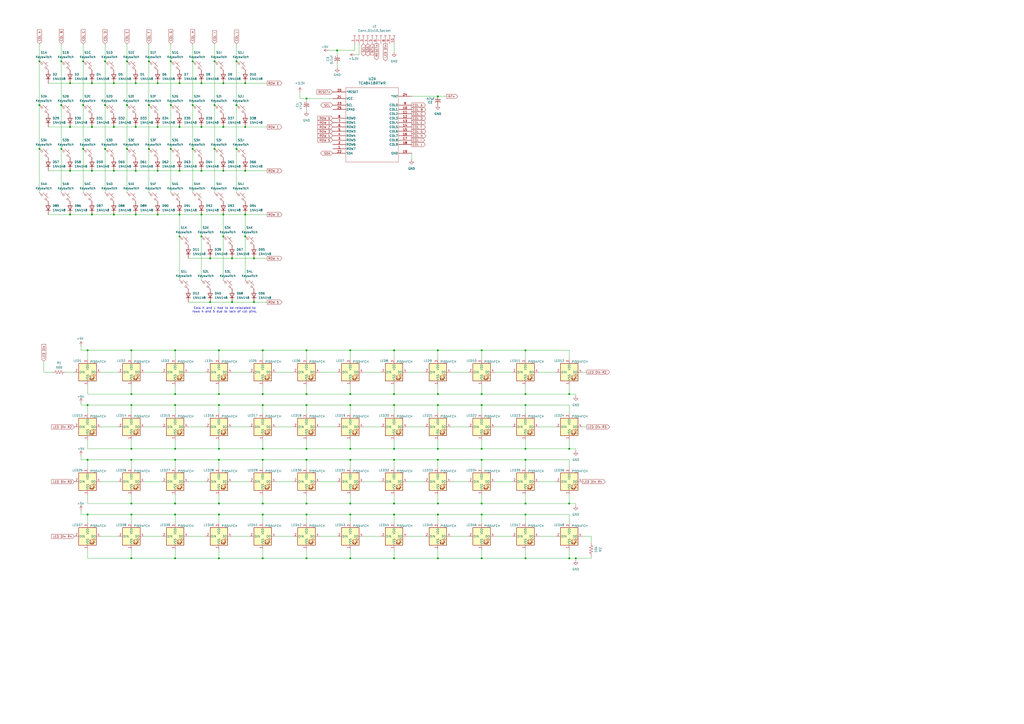
<source format=kicad_sch>
(kicad_sch (version 20231120) (generator "eeschema") (generator_version "8.0")
  (paper "A2")
  (junction (at 142.24 99.06))
  (junction (at 127 234.95))
  (junction (at 104.14 137.16))
  (junction (at 76.2 323.85))
  (junction (at 177.8 228.6))
  (junction (at 73.66 86.36))
  (junction (at 177.8 203.2))
  (junction (at 104.14 124.46))
  (junction (at 101.6 323.85))
  (junction (at 127 298.45))
  (junction (at 40.64 48.26))
  (junction (at 76.2 228.6))
  (junction (at 152.4 228.6))
  (junction (at 228.6 260.35))
  (junction (at 101.6 292.1))
  (junction (at 104.14 99.06))
  (junction (at 142.24 73.66))
  (junction (at 35.56 86.36))
  (junction (at 78.74 48.26))
  (junction (at 111.76 86.36))
  (junction (at 91.44 48.26))
  (junction (at 129.54 48.26))
  (junction (at 279.4 228.6))
  (junction (at 101.6 260.35))
  (junction (at 304.8 266.7))
  (junction (at 228.6 203.2))
  (junction (at 104.14 73.66))
  (junction (at 104.14 48.26))
  (junction (at 116.84 124.46))
  (junction (at 177.8 234.95))
  (junction (at 76.2 298.45))
  (junction (at 50.8 266.7))
  (junction (at 279.4 323.85))
  (junction (at 76.2 203.2))
  (junction (at 99.06 35.56))
  (junction (at 129.54 124.46))
  (junction (at 48.26 86.36))
  (junction (at 203.2 298.45))
  (junction (at 60.96 86.36))
  (junction (at 121.92 175.26))
  (junction (at 50.8 203.2))
  (junction (at 73.66 60.96))
  (junction (at 124.46 60.96))
  (junction (at 203.2 292.1))
  (junction (at 142.24 124.46))
  (junction (at 203.2 260.35))
  (junction (at 330.2 228.6))
  (junction (at 22.86 86.36))
  (junction (at 134.62 175.26))
  (junction (at 177.8 323.85))
  (junction (at 147.32 149.86))
  (junction (at 203.2 323.85))
  (junction (at 228.6 266.7))
  (junction (at 228.6 228.6))
  (junction (at 101.6 203.2))
  (junction (at 177.8 57.15))
  (junction (at 50.8 234.95))
  (junction (at 127 260.35))
  (junction (at 35.56 60.96))
  (junction (at 127 292.1))
  (junction (at 279.4 203.2))
  (junction (at 228.6 323.85))
  (junction (at 330.2 323.85))
  (junction (at 334.01 323.85))
  (junction (at 116.84 99.06))
  (junction (at 101.6 298.45))
  (junction (at 101.6 228.6))
  (junction (at 111.76 35.56))
  (junction (at 203.2 234.95))
  (junction (at 76.2 292.1))
  (junction (at 101.6 266.7))
  (junction (at 60.96 60.96))
  (junction (at 137.16 35.56))
  (junction (at 53.34 48.26))
  (junction (at 129.54 73.66))
  (junction (at 127 266.7))
  (junction (at 330.2 292.1))
  (junction (at 99.06 60.96))
  (junction (at 254 298.45))
  (junction (at 152.4 260.35))
  (junction (at 91.44 73.66))
  (junction (at 40.64 73.66))
  (junction (at 152.4 292.1))
  (junction (at 279.4 260.35))
  (junction (at 66.04 73.66))
  (junction (at 254 203.2))
  (junction (at 228.6 234.95))
  (junction (at 48.26 60.96))
  (junction (at 86.36 60.96))
  (junction (at 304.8 323.85))
  (junction (at 254 228.6))
  (junction (at 137.16 60.96))
  (junction (at 279.4 234.95))
  (junction (at 53.34 73.66))
  (junction (at 40.64 124.46))
  (junction (at 177.8 292.1))
  (junction (at 177.8 298.45))
  (junction (at 78.74 73.66))
  (junction (at 330.2 260.35))
  (junction (at 91.44 124.46))
  (junction (at 304.8 203.2))
  (junction (at 50.8 298.45))
  (junction (at 66.04 48.26))
  (junction (at 76.2 234.95))
  (junction (at 147.32 175.26))
  (junction (at 195.58 29.21))
  (junction (at 228.6 292.1))
  (junction (at 304.8 260.35))
  (junction (at 279.4 292.1))
  (junction (at 142.24 48.26))
  (junction (at 121.92 149.86))
  (junction (at 40.64 99.06))
  (junction (at 152.4 234.95))
  (junction (at 116.84 48.26))
  (junction (at 304.8 234.95))
  (junction (at 203.2 203.2))
  (junction (at 116.84 137.16))
  (junction (at 73.66 35.56))
  (junction (at 48.26 35.56))
  (junction (at 66.04 124.46))
  (junction (at 66.04 99.06))
  (junction (at 254 55.88))
  (junction (at 127 323.85))
  (junction (at 279.4 266.7))
  (junction (at 129.54 99.06))
  (junction (at 99.06 86.36))
  (junction (at 254 260.35))
  (junction (at 124.46 35.56))
  (junction (at 78.74 99.06))
  (junction (at 203.2 228.6))
  (junction (at 304.8 292.1))
  (junction (at 137.16 86.36))
  (junction (at 127 228.6))
  (junction (at 254 323.85))
  (junction (at 177.8 260.35))
  (junction (at 91.44 99.06))
  (junction (at 116.84 73.66))
  (junction (at 203.2 266.7))
  (junction (at 152.4 203.2))
  (junction (at 53.34 124.46))
  (junction (at 254 234.95))
  (junction (at 142.24 137.16))
  (junction (at 254 292.1))
  (junction (at 35.56 35.56))
  (junction (at 304.8 228.6))
  (junction (at 76.2 266.7))
  (junction (at 152.4 323.85))
  (junction (at 76.2 260.35))
  (junction (at 60.96 35.56))
  (junction (at 152.4 298.45))
  (junction (at 127 203.2))
  (junction (at 254 266.7))
  (junction (at 279.4 298.45))
  (junction (at 101.6 234.95))
  (junction (at 111.76 60.96))
  (junction (at 22.86 35.56))
  (junction (at 53.34 99.06))
  (junction (at 304.8 298.45))
  (junction (at 228.6 298.45))
  (junction (at 86.36 86.36))
  (junction (at 134.62 149.86))
  (junction (at 129.54 137.16))
  (junction (at 124.46 86.36))
  (junction (at 86.36 35.56))
  (junction (at 177.8 266.7))
  (junction (at 22.86 60.96))
  (junction (at 152.4 266.7))
  (junction (at 78.74 124.46))
  (wire (pts (xy 127 228.6) (xy 152.4 228.6)))
  (wire (pts (xy 76.2 287.02) (xy 76.2 292.1)))
  (wire (pts (xy 101.6 266.7) (xy 101.6 271.78)))
  (wire (pts (xy 279.4 298.45) (xy 304.8 298.45)))
  (wire (pts (xy 279.4 203.2) (xy 279.4 208.28)))
  (wire (pts (xy 330.2 255.27) (xy 330.2 260.35)))
  (wire (pts (xy 208.28 31.75) (xy 208.28 25.4)))
  (wire (pts (xy 27.94 48.26) (xy 40.64 48.26)))
  (wire (pts (xy 124.46 35.56) (xy 124.46 60.96)))
  (wire (pts (xy 73.66 25.4) (xy 73.66 35.56)))
  (wire (pts (xy 173.99 57.15) (xy 177.8 57.15)))
  (wire (pts (xy 76.2 228.6) (xy 101.6 228.6)))
  (wire (pts (xy 152.4 287.02) (xy 152.4 292.1)))
  (wire (pts (xy 228.6 303.53) (xy 228.6 298.45)))
  (wire (pts (xy 99.06 86.36) (xy 99.06 111.76)))
  (wire (pts (xy 279.4 255.27) (xy 279.4 260.35)))
  (wire (pts (xy 152.4 292.1) (xy 177.8 292.1)))
  (wire (pts (xy 330.2 323.85) (xy 334.01 323.85)))
  (wire (pts (xy 142.24 124.46) (xy 142.24 137.16)))
  (wire (pts (xy 312.42 247.65) (xy 322.58 247.65)))
  (wire (pts (xy 22.86 25.4) (xy 22.86 35.56)))
  (wire (pts (xy 173.99 53.34) (xy 173.99 57.15)))
  (wire (pts (xy 152.4 203.2) (xy 152.4 208.28)))
  (wire (pts (xy 254 203.2) (xy 254 208.28)))
  (wire (pts (xy 101.6 266.7) (xy 127 266.7)))
  (wire (pts (xy 91.44 99.06) (xy 104.14 99.06)))
  (wire (pts (xy 25.4 209.55) (xy 25.4 215.9)))
  (wire (pts (xy 129.54 73.66) (xy 142.24 73.66)))
  (wire (pts (xy 129.54 124.46) (xy 142.24 124.46)))
  (wire (pts (xy 121.92 175.26) (xy 134.62 175.26)))
  (wire (pts (xy 203.2 298.45) (xy 228.6 298.45)))
  (wire (pts (xy 129.54 137.16) (xy 129.54 162.56)))
  (wire (pts (xy 304.8 228.6) (xy 330.2 228.6)))
  (wire (pts (xy 22.86 86.36) (xy 22.86 111.76)))
  (wire (pts (xy 101.6 234.95) (xy 127 234.95)))
  (wire (pts (xy 203.2 234.95) (xy 228.6 234.95)))
  (wire (pts (xy 35.56 25.4) (xy 35.56 35.56)))
  (wire (pts (xy 254 292.1) (xy 279.4 292.1)))
  (wire (pts (xy 330.2 298.45) (xy 330.2 303.53)))
  (wire (pts (xy 261.62 279.4) (xy 271.78 279.4)))
  (wire (pts (xy 60.96 60.96) (xy 60.96 86.36)))
  (wire (pts (xy 50.8 223.52) (xy 50.8 228.6)))
  (wire (pts (xy 342.9 311.15) (xy 342.9 314.96)))
  (wire (pts (xy 236.22 215.9) (xy 246.38 215.9)))
  (wire (pts (xy 228.6 266.7) (xy 254 266.7)))
  (wire (pts (xy 109.22 247.65) (xy 119.38 247.65)))
  (wire (pts (xy 152.4 298.45) (xy 152.4 303.53)))
  (wire (pts (xy 46.99 298.45) (xy 46.99 295.91)))
  (wire (pts (xy 50.8 266.7) (xy 76.2 266.7)))
  (wire (pts (xy 203.2 223.52) (xy 203.2 228.6)))
  (wire (pts (xy 185.42 247.65) (xy 195.58 247.65)))
  (wire (pts (xy 152.4 266.7) (xy 177.8 266.7)))
  (wire (pts (xy 127 266.7) (xy 127 271.78)))
  (wire (pts (xy 228.6 25.4) (xy 228.6 30.48)))
  (wire (pts (xy 203.2 203.2) (xy 203.2 208.28)))
  (wire (pts (xy 304.8 287.02) (xy 304.8 292.1)))
  (wire (pts (xy 127 203.2) (xy 127 208.28)))
  (wire (pts (xy 254 228.6) (xy 279.4 228.6)))
  (wire (pts (xy 134.62 311.15) (xy 144.78 311.15)))
  (wire (pts (xy 238.76 88.9) (xy 238.76 92.71)))
  (wire (pts (xy 160.02 247.65) (xy 170.18 247.65)))
  (wire (pts (xy 228.6 255.27) (xy 228.6 260.35)))
  (wire (pts (xy 228.6 260.35) (xy 254 260.35)))
  (wire (pts (xy 50.8 298.45) (xy 76.2 298.45)))
  (wire (pts (xy 330.2 292.1) (xy 334.01 292.1)))
  (wire (pts (xy 35.56 60.96) (xy 35.56 86.36)))
  (wire (pts (xy 203.2 234.95) (xy 203.2 240.03)))
  (wire (pts (xy 304.8 298.45) (xy 304.8 303.53)))
  (wire (pts (xy 124.46 25.4) (xy 124.46 35.56)))
  (wire (pts (xy 177.8 228.6) (xy 203.2 228.6)))
  (wire (pts (xy 304.8 292.1) (xy 330.2 292.1)))
  (wire (pts (xy 50.8 203.2) (xy 76.2 203.2)))
  (wire (pts (xy 50.8 234.95) (xy 76.2 234.95)))
  (wire (pts (xy 195.58 31.75) (xy 195.58 29.21)))
  (wire (pts (xy 279.4 287.02) (xy 279.4 292.1)))
  (wire (pts (xy 127 234.95) (xy 152.4 234.95)))
  (wire (pts (xy 304.8 266.7) (xy 304.8 271.78)))
  (wire (pts (xy 279.4 298.45) (xy 279.4 303.53)))
  (wire (pts (xy 127 287.02) (xy 127 292.1)))
  (wire (pts (xy 22.86 35.56) (xy 22.86 60.96)))
  (wire (pts (xy 109.22 215.9) (xy 119.38 215.9)))
  (wire (pts (xy 76.2 234.95) (xy 76.2 240.03)))
  (wire (pts (xy 304.8 234.95) (xy 330.2 234.95)))
  (wire (pts (xy 287.02 311.15) (xy 297.18 311.15)))
  (wire (pts (xy 101.6 203.2) (xy 127 203.2)))
  (wire (pts (xy 334.01 323.85) (xy 342.9 323.85)))
  (wire (pts (xy 279.4 260.35) (xy 304.8 260.35)))
  (wire (pts (xy 254 266.7) (xy 279.4 266.7)))
  (wire (pts (xy 330.2 234.95) (xy 330.2 240.03)))
  (wire (pts (xy 304.8 223.52) (xy 304.8 228.6)))
  (wire (pts (xy 76.2 234.95) (xy 101.6 234.95)))
  (wire (pts (xy 50.8 318.77) (xy 50.8 323.85)))
  (wire (pts (xy 76.2 298.45) (xy 76.2 303.53)))
  (wire (pts (xy 279.4 203.2) (xy 304.8 203.2)))
  (wire (pts (xy 58.42 215.9) (xy 68.58 215.9)))
  (wire (pts (xy 279.4 234.95) (xy 279.4 240.03)))
  (wire (pts (xy 254 318.77) (xy 254 323.85)))
  (wire (pts (xy 50.8 271.78) (xy 50.8 266.7)))
  (wire (pts (xy 127 223.52) (xy 127 228.6)))
  (wire (pts (xy 99.06 35.56) (xy 99.06 60.96)))
  (wire (pts (xy 101.6 298.45) (xy 101.6 303.53)))
  (wire (pts (xy 50.8 208.28) (xy 50.8 203.2)))
  (wire (pts (xy 134.62 279.4) (xy 144.78 279.4)))
  (wire (pts (xy 99.06 60.96) (xy 99.06 86.36)))
  (wire (pts (xy 50.8 323.85) (xy 76.2 323.85)))
  (wire (pts (xy 60.96 86.36) (xy 60.96 111.76)))
  (wire (pts (xy 48.26 60.96) (xy 48.26 86.36)))
  (wire (pts (xy 134.62 215.9) (xy 144.78 215.9)))
  (wire (pts (xy 334.01 260.35) (xy 334.01 261.62)))
  (wire (pts (xy 330.2 260.35) (xy 334.01 260.35)))
  (wire (pts (xy 304.8 266.7) (xy 330.2 266.7)))
  (wire (pts (xy 127 260.35) (xy 152.4 260.35)))
  (wire (pts (xy 124.46 60.96) (xy 124.46 86.36)))
  (wire (pts (xy 177.8 298.45) (xy 203.2 298.45)))
  (wire (pts (xy 137.16 86.36) (xy 137.16 111.76)))
  (wire (pts (xy 228.6 323.85) (xy 254 323.85)))
  (wire (pts (xy 40.64 124.46) (xy 53.34 124.46)))
  (wire (pts (xy 330.2 223.52) (xy 330.2 228.6)))
  (wire (pts (xy 76.2 223.52) (xy 76.2 228.6)))
  (wire (pts (xy 304.8 203.2) (xy 304.8 208.28)))
  (wire (pts (xy 312.42 215.9) (xy 322.58 215.9)))
  (wire (pts (xy 279.4 323.85) (xy 304.8 323.85)))
  (wire (pts (xy 109.22 279.4) (xy 119.38 279.4)))
  (wire (pts (xy 160.02 311.15) (xy 170.18 311.15)))
  (wire (pts (xy 116.84 73.66) (xy 129.54 73.66)))
  (wire (pts (xy 127 298.45) (xy 152.4 298.45)))
  (wire (pts (xy 50.8 255.27) (xy 50.8 260.35)))
  (wire (pts (xy 228.6 203.2) (xy 254 203.2)))
  (wire (pts (xy 46.99 200.66) (xy 46.99 203.2)))
  (wire (pts (xy 127 292.1) (xy 152.4 292.1)))
  (wire (pts (xy 83.82 215.9) (xy 93.98 215.9)))
  (wire (pts (xy 27.94 73.66) (xy 40.64 73.66)))
  (wire (pts (xy 185.42 279.4) (xy 195.58 279.4)))
  (wire (pts (xy 177.8 298.45) (xy 177.8 303.53)))
  (wire (pts (xy 334.01 292.1) (xy 334.01 293.37)))
  (wire (pts (xy 279.4 266.7) (xy 279.4 271.78)))
  (wire (pts (xy 86.36 60.96) (xy 86.36 86.36)))
  (wire (pts (xy 83.82 311.15) (xy 93.98 311.15)))
  (wire (pts (xy 66.04 48.26) (xy 78.74 48.26)))
  (wire (pts (xy 46.99 233.68) (xy 46.99 234.95)))
  (wire (pts (xy 78.74 124.46) (xy 91.44 124.46)))
  (wire (pts (xy 137.16 60.96) (xy 137.16 86.36)))
  (wire (pts (xy 254 298.45) (xy 254 303.53)))
  (wire (pts (xy 185.42 215.9) (xy 195.58 215.9)))
  (wire (pts (xy 46.99 203.2) (xy 50.8 203.2)))
  (wire (pts (xy 152.4 318.77) (xy 152.4 323.85)))
  (wire (pts (xy 78.74 99.06) (xy 91.44 99.06)))
  (wire (pts (xy 203.2 260.35) (xy 228.6 260.35)))
  (wire (pts (xy 203.2 318.77) (xy 203.2 323.85)))
  (wire (pts (xy 228.6 240.03) (xy 228.6 234.95)))
  (wire (pts (xy 177.8 203.2) (xy 203.2 203.2)))
  (wire (pts (xy 287.02 215.9) (xy 297.18 215.9)))
  (wire (pts (xy 104.14 99.06) (xy 116.84 99.06)))
  (wire (pts (xy 35.56 35.56) (xy 35.56 60.96)))
  (wire (pts (xy 304.8 323.85) (xy 330.2 323.85)))
  (wire (pts (xy 104.14 48.26) (xy 116.84 48.26)))
  (wire (pts (xy 83.82 279.4) (xy 93.98 279.4)))
  (wire (pts (xy 177.8 57.15) (xy 193.04 57.15)))
  (wire (pts (xy 50.8 298.45) (xy 46.99 298.45)))
  (wire (pts (xy 228.6 287.02) (xy 228.6 292.1)))
  (wire (pts (xy 210.82 279.4) (xy 220.98 279.4)))
  (wire (pts (xy 190.5 29.21) (xy 195.58 29.21)))
  (wire (pts (xy 91.44 124.46) (xy 104.14 124.46)))
  (wire (pts (xy 101.6 323.85) (xy 127 323.85)))
  (wire (pts (xy 177.8 255.27) (xy 177.8 260.35)))
  (wire (pts (xy 152.4 298.45) (xy 177.8 298.45)))
  (wire (pts (xy 40.64 73.66) (xy 53.34 73.66)))
  (wire (pts (xy 228.6 208.28) (xy 228.6 203.2)))
  (wire (pts (xy 177.8 266.7) (xy 203.2 266.7)))
  (wire (pts (xy 330.2 266.7) (xy 330.2 271.78)))
  (wire (pts (xy 91.44 48.26) (xy 104.14 48.26)))
  (wire (pts (xy 279.4 318.77) (xy 279.4 323.85)))
  (wire (pts (xy 134.62 149.86) (xy 147.32 149.86)))
  (wire (pts (xy 127 203.2) (xy 152.4 203.2)))
  (wire (pts (xy 111.76 60.96) (xy 111.76 86.36)))
  (wire (pts (xy 236.22 279.4) (xy 246.38 279.4)))
  (wire (pts (xy 40.64 48.26) (xy 53.34 48.26)))
  (wire (pts (xy 312.42 311.15) (xy 322.58 311.15)))
  (wire (pts (xy 228.6 298.45) (xy 254 298.45)))
  (wire (pts (xy 205.74 25.4) (xy 205.74 29.21)))
  (wire (pts (xy 116.84 124.46) (xy 116.84 137.16)))
  (wire (pts (xy 73.66 35.56) (xy 73.66 60.96)))
  (wire (pts (xy 205.74 31.75) (xy 208.28 31.75)))
  (wire (pts (xy 152.4 255.27) (xy 152.4 260.35)))
  (wire (pts (xy 101.6 287.02) (xy 101.6 292.1)))
  (wire (pts (xy 147.32 149.86) (xy 154.94 149.86)))
  (wire (pts (xy 137.16 25.4) (xy 137.16 35.56)))
  (wire (pts (xy 287.02 247.65) (xy 297.18 247.65)))
  (wire (pts (xy 203.2 266.7) (xy 203.2 271.78)))
  (wire (pts (xy 48.26 86.36) (xy 48.26 111.76)))
  (wire (pts (xy 203.2 228.6) (xy 228.6 228.6)))
  (wire (pts (xy 116.84 99.06) (xy 129.54 99.06)))
  (wire (pts (xy 330.2 318.77) (xy 330.2 323.85)))
  (wire (pts (xy 185.42 311.15) (xy 195.58 311.15)))
  (wire (pts (xy 76.2 260.35) (xy 101.6 260.35)))
  (wire (pts (xy 203.2 203.2) (xy 228.6 203.2)))
  (wire (pts (xy 53.34 124.46) (xy 66.04 124.46)))
  (wire (pts (xy 228.6 271.78) (xy 228.6 266.7)))
  (wire (pts (xy 342.9 322.58) (xy 342.9 323.85)))
  (wire (pts (xy 236.22 247.65) (xy 246.38 247.65)))
  (wire (pts (xy 86.36 25.4) (xy 86.36 35.56)))
  (wire (pts (xy 279.4 292.1) (xy 304.8 292.1)))
  (wire (pts (xy 304.8 260.35) (xy 330.2 260.35)))
  (wire (pts (xy 334.01 228.6) (xy 334.01 229.87)))
  (wire (pts (xy 101.6 228.6) (xy 127 228.6)))
  (wire (pts (xy 76.2 318.77) (xy 76.2 323.85)))
  (wire (pts (xy 101.6 298.45) (xy 127 298.45)))
  (wire (pts (xy 46.99 234.95) (xy 50.8 234.95)))
  (wire (pts (xy 147.32 175.26) (xy 154.94 175.26)))
  (wire (pts (xy 279.4 223.52) (xy 279.4 228.6)))
  (wire (pts (xy 177.8 63.5) (xy 177.8 64.77)))
  (wire (pts (xy 101.6 292.1) (xy 127 292.1)))
  (wire (pts (xy 78.74 73.66) (xy 91.44 73.66)))
  (wire (pts (xy 127 323.85) (xy 152.4 323.85)))
  (wire (pts (xy 312.42 279.4) (xy 322.58 279.4)))
  (wire (pts (xy 109.22 311.15) (xy 119.38 311.15)))
  (wire (pts (xy 304.8 298.45) (xy 330.2 298.45)))
  (wire (pts (xy 254 234.95) (xy 279.4 234.95)))
  (wire (pts (xy 330.2 228.6) (xy 334.01 228.6)))
  (wire (pts (xy 177.8 318.77) (xy 177.8 323.85)))
  (wire (pts (xy 236.22 311.15) (xy 246.38 311.15)))
  (wire (pts (xy 177.8 287.02) (xy 177.8 292.1)))
  (wire (pts (xy 53.34 73.66) (xy 66.04 73.66)))
  (wire (pts (xy 116.84 48.26) (xy 129.54 48.26)))
  (wire (pts (xy 142.24 137.16) (xy 142.24 162.56)))
  (wire (pts (xy 238.76 55.88) (xy 254 55.88)))
  (wire (pts (xy 76.2 292.1) (xy 101.6 292.1)))
  (wire (pts (xy 50.8 287.02) (xy 50.8 292.1)))
  (wire (pts (xy 152.4 323.85) (xy 177.8 323.85)))
  (wire (pts (xy 76.2 323.85) (xy 101.6 323.85)))
  (wire (pts (xy 304.8 203.2) (xy 330.2 203.2)))
  (wire (pts (xy 287.02 279.4) (xy 297.18 279.4)))
  (wire (pts (xy 86.36 35.56) (xy 86.36 60.96)))
  (wire (pts (xy 91.44 73.66) (xy 104.14 73.66)))
  (wire (pts (xy 40.64 99.06) (xy 53.34 99.06)))
  (wire (pts (xy 35.56 86.36) (xy 35.56 111.76)))
  (wire (pts (xy 203.2 323.85) (xy 228.6 323.85)))
  (wire (pts (xy 195.58 39.37) (xy 195.58 36.83)))
  (wire (pts (xy 27.94 99.06) (xy 40.64 99.06)))
  (wire (pts (xy 86.36 86.36) (xy 86.36 111.76)))
  (wire (pts (xy 109.22 149.86) (xy 121.92 149.86)))
  (wire (pts (xy 104.14 124.46) (xy 116.84 124.46)))
  (wire (pts (xy 304.8 255.27) (xy 304.8 260.35)))
  (wire (pts (xy 203.2 266.7) (xy 228.6 266.7)))
  (wire (pts (xy 152.4 234.95) (xy 152.4 240.03)))
  (wire (pts (xy 99.06 25.4) (xy 99.06 35.56)))
  (wire (pts (xy 254 260.35) (xy 279.4 260.35)))
  (wire (pts (xy 160.02 215.9) (xy 170.18 215.9)))
  (wire (pts (xy 254 287.02) (xy 254 292.1)))
  (wire (pts (xy 104.14 124.46) (xy 104.14 137.16)))
  (wire (pts (xy 104.14 137.16) (xy 104.14 162.56)))
  (wire (pts (xy 228.6 223.52) (xy 228.6 228.6)))
  (wire (pts (xy 76.2 266.7) (xy 76.2 271.78)))
  (wire (pts (xy 127 266.7) (xy 152.4 266.7)))
  (wire (pts (xy 254 255.27) (xy 254 260.35)))
  (wire (pts (xy 46.99 266.7) (xy 50.8 266.7)))
  (wire (pts (xy 124.46 86.36) (xy 124.46 111.76)))
  (wire (pts (xy 279.4 266.7) (xy 304.8 266.7)))
  (wire (pts (xy 127 255.27) (xy 127 260.35)))
  (wire (pts (xy 48.26 25.4) (xy 48.26 35.56)))
  (wire (pts (xy 101.6 255.27) (xy 101.6 260.35)))
  (wire (pts (xy 73.66 60.96) (xy 73.66 86.36)))
  (wire (pts (xy 111.76 25.4) (xy 111.76 35.56)))
  (wire (pts (xy 53.34 48.26) (xy 66.04 48.26)))
  (wire (pts (xy 101.6 203.2) (xy 101.6 208.28)))
  (wire (pts (xy 261.62 311.15) (xy 271.78 311.15)))
  (wire (pts (xy 177.8 223.52) (xy 177.8 228.6)))
  (wire (pts (xy 142.24 99.06) (xy 154.94 99.06)))
  (wire (pts (xy 254 298.45) (xy 279.4 298.45)))
  (wire (pts (xy 101.6 234.95) (xy 101.6 240.03)))
  (wire (pts (xy 76.2 298.45) (xy 101.6 298.45)))
  (wire (pts (xy 53.34 99.06) (xy 66.04 99.06)))
  (wire (pts (xy 129.54 124.46) (xy 129.54 137.16)))
  (wire (pts (xy 121.92 149.86) (xy 134.62 149.86)))
  (wire (pts (xy 304.8 318.77) (xy 304.8 323.85)))
  (wire (pts (xy 210.82 247.65) (xy 220.98 247.65)))
  (wire (pts (xy 261.62 247.65) (xy 271.78 247.65)))
  (wire (pts (xy 73.66 86.36) (xy 73.66 111.76)))
  (wire (pts (xy 254 223.52) (xy 254 228.6)))
  (wire (pts (xy 228.6 228.6) (xy 254 228.6)))
  (wire (pts (xy 76.2 203.2) (xy 101.6 203.2)))
  (wire (pts (xy 334.01 323.85) (xy 334.01 325.12)))
  (wire (pts (xy 50.8 303.53) (xy 50.8 298.45)))
  (wire (pts (xy 22.86 60.96) (xy 22.86 86.36)))
  (wire (pts (xy 152.4 260.35) (xy 177.8 260.35)))
  (wire (pts (xy 152.4 223.52) (xy 152.4 228.6)))
  (wire (pts (xy 261.62 215.9) (xy 271.78 215.9)))
  (wire (pts (xy 104.14 73.66) (xy 116.84 73.66)))
  (wire (pts (xy 254 323.85) (xy 279.4 323.85)))
  (wire (pts (xy 177.8 58.42) (xy 177.8 57.15)))
  (wire (pts (xy 25.4 215.9) (xy 30.48 215.9)))
  (wire (pts (xy 50.8 292.1) (xy 76.2 292.1)))
  (wire (pts (xy 127 318.77) (xy 127 323.85)))
  (wire (pts (xy 134.62 175.26) (xy 147.32 175.26)))
  (wire (pts (xy 78.74 48.26) (xy 91.44 48.26)))
  (wire (pts (xy 66.04 99.06) (xy 78.74 99.06)))
  (wire (pts (xy 50.8 260.35) (xy 76.2 260.35)))
  (wire (pts (xy 254 234.95) (xy 254 240.03)))
  (wire (pts (xy 152.4 203.2) (xy 177.8 203.2)))
  (wire (pts (xy 177.8 260.35) (xy 203.2 260.35)))
  (wire (pts (xy 27.94 124.46) (xy 40.64 124.46)))
  (wire (pts (xy 203.2 255.27) (xy 203.2 260.35)))
  (wire (pts (xy 279.4 234.95) (xy 304.8 234.95)))
  (wire (pts (xy 152.4 228.6) (xy 177.8 228.6)))
  (wire (pts (xy 142.24 73.66) (xy 154.94 73.66)))
  (wire (pts (xy 76.2 266.7) (xy 101.6 266.7)))
  (wire (pts (xy 60.96 25.4) (xy 60.96 35.56)))
  (wire (pts (xy 203.2 292.1) (xy 228.6 292.1)))
  (wire (pts (xy 76.2 203.2) (xy 76.2 208.28)))
  (wire (pts (xy 210.82 311.15) (xy 220.98 311.15)))
  (wire (pts (xy 205.74 29.21) (xy 195.58 29.21)))
  (wire (pts (xy 254 203.2) (xy 279.4 203.2)))
  (wire (pts (xy 58.42 279.4) (xy 68.58 279.4)))
  (wire (pts (xy 337.82 311.15) (xy 342.9 311.15)))
  (wire (pts (xy 330.2 203.2) (xy 330.2 208.28)))
  (wire (pts (xy 152.4 234.95) (xy 177.8 234.95)))
  (wire (pts (xy 129.54 99.06) (xy 142.24 99.06)))
  (wire (pts (xy 137.16 35.56) (xy 137.16 60.96)))
  (wire (pts (xy 134.62 247.65) (xy 144.78 247.65)))
  (wire (pts (xy 50.8 240.03) (xy 50.8 234.95)))
  (wire (pts (xy 66.04 124.46) (xy 78.74 124.46)))
  (wire (pts (xy 177.8 234.95) (xy 177.8 240.03)))
  (wire (pts (xy 46.99 264.16) (xy 46.99 266.7)))
  (wire (pts (xy 116.84 124.46) (xy 129.54 124.46)))
  (wire (pts (xy 330.2 287.02) (xy 330.2 292.1)))
  (wire (pts (xy 109.22 175.26) (xy 121.92 175.26)))
  (wire (pts (xy 66.04 73.66) (xy 78.74 73.66)))
  (wire (pts (xy 142.24 124.46) (xy 154.94 124.46)))
  (wire (pts (xy 203.2 298.45) (xy 203.2 303.53)))
  (wire (pts (xy 58.42 247.65) (xy 68.58 247.65)))
  (wire (pts (xy 177.8 266.7) (xy 177.8 271.78)))
  (wire (pts (xy 340.36 215.9) (xy 337.82 215.9)))
  (wire (pts (xy 60.96 35.56) (xy 60.96 60.96)))
  (wire (pts (xy 228.6 234.95) (xy 254 234.95)))
  (wire (pts (xy 152.4 266.7) (xy 152.4 271.78)))
  (wire (pts (xy 142.24 48.26) (xy 154.94 48.26)))
  (wire (pts (xy 83.82 247.65) (xy 93.98 247.65)))
  (wire (pts (xy 203.2 287.02) (xy 203.2 292.1)))
  (wire (pts (xy 111.76 86.36) (xy 111.76 111.76)))
  (wire (pts (xy 177.8 323.85) (xy 203.2 323.85)))
  (wire (pts (xy 101.6 223.52) (xy 101.6 228.6)))
  (wire (pts (xy 101.6 318.77) (xy 101.6 323.85)))
  (wire (pts (xy 228.6 318.77) (xy 228.6 323.85)))
  (wire (pts (xy 111.76 35.56) (xy 111.76 60.96)))
  (wire (pts (xy 101.6 260.35) (xy 127 260.35)))
  (wire (pts (xy 127 234.95) (xy 127 240.03)))
  (wire (pts (xy 127 298.45) (xy 127 303.53)))
  (wire (pts (xy 254 55.88) (xy 259.08 55.88)))
  (wire (pts (xy 129.54 48.26) (xy 142.24 48.26)))
  (wire (pts (xy 228.6 292.1) (xy 254 292.1)))
  (wire (pts (xy 58.42 311.15) (xy 68.58 311.15)))
  (wire (pts (xy 340.36 247.65) (xy 337.82 247.65)))
  (wire (pts (xy 304.8 234.95) (xy 304.8 240.03)))
  (wire (pts (xy 177.8 292.1) (xy 203.2 292.1)))
  (wire (pts (xy 50.8 228.6) (xy 76.2 228.6)))
  (wire (pts (xy 48.26 35.56) (xy 48.26 60.96)))
  (wire (pts (xy 177.8 234.95) (xy 203.2 234.95)))
  (wire (pts (xy 177.8 203.2) (xy 177.8 208.28)))
  (wire (pts (xy 254 266.7) (xy 254 271.78)))
  (wire (pts (xy 279.4 228.6) (xy 304.8 228.6)))
  (wire (pts (xy 116.84 137.16) (xy 116.84 162.56)))
  (wire (pts (xy 210.82 215.9) (xy 220.98 215.9)))
  (wire (pts (xy 76.2 255.27) (xy 76.2 260.35)))
  (wire (pts (xy 38.1 215.9) (xy 43.18 215.9)))
  (wire (pts (xy 160.02 279.4) (xy 170.18 279.4)))
  (text "Cols K and L had to be relocated to\nrows 4 and 5 due to lack of col pins.\n" (at 130.302 179.832 0) (effects (font (size 1.27 1.27))))
  (global_label "LED Din R3" (shape output) (at 340.36 247.65 0) (property "Intersheetrefs" "${INTERSHEET_REFS}" (effects (hide yes))))
  (global_label "ROW 2" (shape input) (at 193.04 73.66 180) (property "Intersheetrefs" "${INTERSHEET_REFS}" (effects (hide yes))))
  (global_label "ROW 3" (shape output) (at 154.94 124.46 0) (property "Intersheetrefs" "${INTERSHEET_REFS}" (effects (hide yes))))
  (global_label "LED Din" (shape input) (at 25.4 209.55 90) (property "Intersheetrefs" "${INTERSHEET_REFS}" (effects (hide yes))))
  (global_label "COL F" (shape output) (at 238.76 73.66 0) (property "Intersheetrefs" "${INTERSHEET_REFS}" (effects (hide yes))))
  (global_label "INTn" (shape input) (at 215.9 25.4 270) (property "Intersheetrefs" "${INTERSHEET_REFS}" (effects (hide yes))))
  (global_label "COL J" (shape input) (at 137.16 25.4 90) (property "Intersheetrefs" "${INTERSHEET_REFS}" (effects (hide yes))))
  (global_label "COL G" (shape input) (at 99.06 25.4 90) (property "Intersheetrefs" "${INTERSHEET_REFS}" (effects (hide yes))))
  (global_label "COL A" (shape output) (at 238.76 60.96 0) (property "Intersheetrefs" "${INTERSHEET_REFS}" (effects (hide yes))))
  (global_label "RESETn" (shape input) (at 193.04 53.34 180) (property "Intersheetrefs" "${INTERSHEET_REFS}" (effects (hide yes))))
  (global_label "COL F" (shape input) (at 86.36 25.4 90) (property "Intersheetrefs" "${INTERSHEET_REFS}" (effects (hide yes))))
  (global_label "INTn" (shape output) (at 259.08 55.88 0) (property "Intersheetrefs" "${INTERSHEET_REFS}" (effects (hide yes))))
  (global_label "LED Din R3" (shape input) (at 43.18 279.4 180) (property "Intersheetrefs" "${INTERSHEET_REFS}" (effects (hide yes))))
  (global_label "COL D" (shape input) (at 60.96 25.4 90) (property "Intersheetrefs" "${INTERSHEET_REFS}" (effects (hide yes))))
  (global_label "ROW 1" (shape input) (at 193.04 71.12 180) (property "Intersheetrefs" "${INTERSHEET_REFS}" (effects (hide yes))))
  (global_label "RESETn" (shape output) (at 218.44 25.4 270) (property "Intersheetrefs" "${INTERSHEET_REFS}" (effects (hide yes))))
  (global_label "LED Din R4" (shape output) (at 337.82 279.4 0) (property "Intersheetrefs" "${INTERSHEET_REFS}" (effects (hide yes))))
  (global_label "LED Din R2" (shape output) (at 340.36 215.9 0) (property "Intersheetrefs" "${INTERSHEET_REFS}" (effects (hide yes))))
  (global_label "LED Din R4" (shape input) (at 43.18 311.15 180) (property "Intersheetrefs" "${INTERSHEET_REFS}" (effects (hide yes))))
  (global_label "SCL" (shape bidirectional) (at 193.04 60.96 180) (property "Intersheetrefs" "${INTERSHEET_REFS}" (effects (hide yes))))
  (global_label "ROW 4" (shape output) (at 154.94 149.86 0) (property "Intersheetrefs" "${INTERSHEET_REFS}" (effects (hide yes))))
  (global_label "COL H" (shape input) (at 111.76 25.4 90) (property "Intersheetrefs" "${INTERSHEET_REFS}" (effects (hide yes))))
  (global_label "COL D" (shape output) (at 238.76 68.58 0) (property "Intersheetrefs" "${INTERSHEET_REFS}" (effects (hide yes))))
  (global_label "LED Din R2" (shape input) (at 43.18 247.65 180) (property "Intersheetrefs" "${INTERSHEET_REFS}" (effects (hide yes))))
  (global_label "SCL" (shape bidirectional) (at 210.82 25.4 270) (property "Intersheetrefs" "${INTERSHEET_REFS}" (effects (hide yes))))
  (global_label "ROW 2" (shape output) (at 154.94 99.06 0) (property "Intersheetrefs" "${INTERSHEET_REFS}" (effects (hide yes))))
  (global_label "ROW 4" (shape input) (at 193.04 78.74 180) (property "Intersheetrefs" "${INTERSHEET_REFS}" (effects (hide yes))))
  (global_label "COL J" (shape output) (at 238.76 83.82 0) (property "Intersheetrefs" "${INTERSHEET_REFS}" (effects (hide yes))))
  (global_label "LED Din" (shape output) (at 223.52 25.4 270) (property "Intersheetrefs" "${INTERSHEET_REFS}" (effects (hide yes))))
  (global_label "COL C" (shape output) (at 238.76 66.04 0) (property "Intersheetrefs" "${INTERSHEET_REFS}" (effects (hide yes))))
  (global_label "SDA" (shape bidirectional) (at 213.36 25.4 270) (property "Intersheetrefs" "${INTERSHEET_REFS}" (effects (hide yes))))
  (global_label "ROW 0" (shape input) (at 193.04 68.58 180) (property "Intersheetrefs" "${INTERSHEET_REFS}" (effects (hide yes))))
  (global_label "ROW 5" (shape output) (at 154.94 175.26 0) (property "Intersheetrefs" "${INTERSHEET_REFS}" (effects (hide yes))))
  (global_label "COL G" (shape output) (at 238.76 76.2 0) (property "Intersheetrefs" "${INTERSHEET_REFS}" (effects (hide yes))))
  (global_label "COL B" (shape output) (at 238.76 63.5 0) (property "Intersheetrefs" "${INTERSHEET_REFS}" (effects (hide yes))))
  (global_label "COL C" (shape input) (at 48.26 25.4 90) (property "Intersheetrefs" "${INTERSHEET_REFS}" (effects (hide yes))))
  (global_label "COL I" (shape output) (at 238.76 81.28 0) (property "Intersheetrefs" "${INTERSHEET_REFS}" (effects (hide yes))))
  (global_label "COL I" (shape input) (at 124.46 25.4 90) (property "Intersheetrefs" "${INTERSHEET_REFS}" (effects (hide yes))))
  (global_label "ROW 3" (shape input) (at 193.04 76.2 180) (property "Intersheetrefs" "${INTERSHEET_REFS}" (effects (hide yes))))
  (global_label "ROW 5" (shape input) (at 193.04 81.28 180) (property "Intersheetrefs" "${INTERSHEET_REFS}" (effects (hide yes))))
  (global_label "COL B" (shape input) (at 35.56 25.4 90) (property "Intersheetrefs" "${INTERSHEET_REFS}" (effects (hide yes))))
  (global_label "COL H" (shape output) (at 238.76 78.74 0) (property "Intersheetrefs" "${INTERSHEET_REFS}" (effects (hide yes))))
  (global_label "ROW 0" (shape output) (at 154.94 48.26 0) (property "Intersheetrefs" "${INTERSHEET_REFS}" (effects (hide yes))))
  (global_label "ROW 1" (shape output) (at 154.94 73.66 0) (property "Intersheetrefs" "${INTERSHEET_REFS}" (effects (hide yes))))
  (global_label "COL A" (shape input) (at 22.86 25.4 90) (property "Intersheetrefs" "${INTERSHEET_REFS}" (effects (hide yes))))
  (global_label "COL E" (shape output) (at 238.76 71.12 0) (property "Intersheetrefs" "${INTERSHEET_REFS}" (effects (hide yes))))
  (global_label "SDA" (shape bidirectional) (at 193.04 88.9 180) (property "Intersheetrefs" "${INTERSHEET_REFS}" (effects (hide yes))))
  (global_label "COL E" (shape input) (at 73.66 25.4 90) (property "Intersheetrefs" "${INTERSHEET_REFS}" (effects (hide yes))))
  (symbol (lib_id "Diode:1N4148") (at 78.74 120.65 90) (unit 1)
    (property "Reference" "D89" (at 81.28 119.3799 90) (effects (justify right)))
    (property "Value" "1N4148" (at 81.28 121.9199 90) (effects (justify right)))
    (property "Footprint" "Diode_THT:D_DO-35_SOD27_P7.62mm_Horizontal" (effects (hide yes)))
    (property "Datasheet" "https://assets.nexperia.com/documents/data-sheet/1N4148_1N4448.pdf" (effects (hide yes)))
    (property "Description" "100V 0.15A standard switching diode, DO-35" (effects (hide yes)))
    (property "Sim.Device" "D" (effects (hide yes)))
    (property "Sim.Pins" "1=K 2=A" (effects (hide yes)))
  )
  (symbol (lib_id "Diode:1N4148") (at 66.04 69.85 90) (unit 1)
    (property "Reference" "D32" (at 68.58 68.5799 90) (effects (justify right)))
    (property "Value" "1N4148" (at 68.58 71.1199 90) (effects (justify right)))
    (property "Footprint" "Diode_THT:D_DO-35_SOD27_P7.62mm_Horizontal" (effects (hide yes)))
    (property "Datasheet" "https://assets.nexperia.com/documents/data-sheet/1N4148_1N4448.pdf" (effects (hide yes)))
    (property "Description" "100V 0.15A standard switching diode, DO-35" (effects (hide yes)))
    (property "Sim.Device" "D" (effects (hide yes)))
    (property "Sim.Pins" "1=K 2=A" (effects (hide yes)))
  )
  (symbol (lib_id "ScottoKeebs:Placeholder_Keyswitch") (at 139.7 88.9 0) (unit 1)
    (property "Reference" "S3J" (at 139.7 81.28 0))
    (property "Value" "Keyswitch" (at 139.7 83.82 0))
    (property "Description" "Push button switch, normally open, two pins, 45° tilted" (effects (hide yes)))
  )
  (symbol (lib_id "LED:Inolux_IN-PI554FCH") (at 50.8 311.15 0) (unit 1)
    (property "Reference" "LED37" (at 44.958 304.546 0))
    (property "Value" "PI554FCH" (at 56.896 305.054 0))
    (property "Footprint" "LED_SMD:LED_Inolux_IN-PI554FCH_PLCC4_5.0x5.0mm_P3.2mm" (effects (hide yes)))
    (property "Datasheet" "http://www.inolux-corp.com/datasheet/SMDLED/Addressable%20LED/IN-PI554FCH.pdf" (effects (hide yes)))
    (property "Description" "5050 RGB LED 4-Pin with integrated IC" (effects (hide yes)))
  )
  (symbol (lib_id "ScottoKeebs:Placeholder_Keyswitch") (at 38.1 88.9 0) (unit 1)
    (property "Reference" "S3B" (at 38.1 81.28 0))
    (property "Value" "Keyswitch" (at 38.1 83.82 0))
    (property "Description" "Push button switch, normally open, two pins, 45° tilted" (effects (hide yes)))
  )
  (symbol (lib_id "power:GND") (at 334.01 261.62 0) (unit 1)
    (property "Reference" "#PWR013" (effects (hide yes)))
    (property "Value" "GND" (at 334.01 266.7 0))
    (property "Description" "Power symbol creates a global label with name \"GND\" , ground" (effects (hide yes)))
  )
  (symbol (lib_id "LED:Inolux_IN-PI554FCH") (at 152.4 247.65 0) (unit 1)
    (property "Reference" "LED17" (at 146.558 241.046 0))
    (property "Value" "PI554FCH" (at 158.496 241.554 0))
    (property "Footprint" "LED_SMD:LED_Inolux_IN-PI554FCH_PLCC4_5.0x5.0mm_P3.2mm" (effects (hide yes)))
    (property "Datasheet" "http://www.inolux-corp.com/datasheet/SMDLED/Addressable%20LED/IN-PI554FCH.pdf" (effects (hide yes)))
    (property "Description" "5050 RGB LED 4-Pin with integrated IC" (effects (hide yes)))
  )
  (symbol (lib_id "Diode:1N4148") (at 91.44 69.85 90) (unit 1)
    (property "Reference" "D34" (at 93.98 68.5799 90) (effects (justify right)))
    (property "Value" "1N4148" (at 93.98 71.1199 90) (effects (justify right)))
    (property "Footprint" "Diode_THT:D_DO-35_SOD27_P7.62mm_Horizontal" (effects (hide yes)))
    (property "Datasheet" "https://assets.nexperia.com/documents/data-sheet/1N4148_1N4448.pdf" (effects (hide yes)))
    (property "Description" "100V 0.15A standard switching diode, DO-35" (effects (hide yes)))
    (property "Sim.Device" "D" (effects (hide yes)))
    (property "Sim.Pins" "1=K 2=A" (effects (hide yes)))
  )
  (symbol (lib_id "Device:C_Polarized_Small_US") (at 177.8 60.96 0) (unit 1)
    (property "Reference" "C1" (at 172.466 60.96 90))
    (property "Value" "47uF" (at 174.498 61.214 90))
    (property "Description" "Polarized capacitor, small US symbol" (effects (hide yes)))
  )
  (symbol (lib_id "LED:Inolux_IN-PI554FCH") (at 177.8 279.4 0) (unit 1)
    (property "Reference" "LED30" (at 171.958 272.796 0))
    (property "Value" "PI554FCH" (at 183.896 273.304 0))
    (property "Footprint" "LED_SMD:LED_Inolux_IN-PI554FCH_PLCC4_5.0x5.0mm_P3.2mm" (effects (hide yes)))
    (property "Datasheet" "http://www.inolux-corp.com/datasheet/SMDLED/Addressable%20LED/IN-PI554FCH.pdf" (effects (hide yes)))
    (property "Description" "5050 RGB LED 4-Pin with integrated IC" (effects (hide yes)))
  )
  (symbol (lib_id "Diode:1N4148") (at 104.14 95.25 90) (unit 1)
    (property "Reference" "D63" (at 106.68 93.9799 90) (effects (justify right)))
    (property "Value" "1N4148" (at 106.68 96.5199 90) (effects (justify right)))
    (property "Footprint" "Diode_THT:D_DO-35_SOD27_P7.62mm_Horizontal" (effects (hide yes)))
    (property "Datasheet" "https://assets.nexperia.com/documents/data-sheet/1N4148_1N4448.pdf" (effects (hide yes)))
    (property "Description" "100V 0.15A standard switching diode, DO-35" (effects (hide yes)))
    (property "Sim.Device" "D" (effects (hide yes)))
    (property "Sim.Pins" "1=K 2=A" (effects (hide yes)))
  )
  (symbol (lib_id "ScottoKeebs:Placeholder_Keyswitch") (at 88.9 114.3 0) (unit 1)
    (property "Reference" "S4F" (at 88.9 106.68 0))
    (property "Value" "Keyswitch" (at 88.9 109.22 0))
    (property "Description" "Push button switch, normally open, two pins, 45° tilted" (effects (hide yes)))
  )
  (symbol (lib_id "LED:Inolux_IN-PI554FCH") (at 304.8 215.9 0) (unit 1)
    (property "Reference" "LED11" (at 298.958 209.296 0))
    (property "Value" "PI554FCH" (at 310.896 209.804 0))
    (property "Footprint" "LED_SMD:LED_Inolux_IN-PI554FCH_PLCC4_5.0x5.0mm_P3.2mm" (effects (hide yes)))
    (property "Datasheet" "http://www.inolux-corp.com/datasheet/SMDLED/Addressable%20LED/IN-PI554FCH.pdf" (effects (hide yes)))
    (property "Description" "5050 RGB LED 4-Pin with integrated IC" (effects (hide yes)))
  )
  (symbol (lib_id "LED:Inolux_IN-PI554FCH") (at 76.2 247.65 0) (unit 1)
    (property "Reference" "LED14" (at 70.358 241.046 0))
    (property "Value" "PI554FCH" (at 82.296 241.554 0))
    (property "Footprint" "LED_SMD:LED_Inolux_IN-PI554FCH_PLCC4_5.0x5.0mm_P3.2mm" (effects (hide yes)))
    (property "Datasheet" "http://www.inolux-corp.com/datasheet/SMDLED/Addressable%20LED/IN-PI554FCH.pdf" (effects (hide yes)))
    (property "Description" "5050 RGB LED 4-Pin with integrated IC" (effects (hide yes)))
  )
  (symbol (lib_id "LED:Inolux_IN-PI554FCH") (at 152.4 215.9 0) (unit 1)
    (property "Reference" "LED5" (at 146.558 209.296 0))
    (property "Value" "PI554FCH" (at 158.496 209.804 0))
    (property "Footprint" "LED_SMD:LED_Inolux_IN-PI554FCH_PLCC4_5.0x5.0mm_P3.2mm" (effects (hide yes)))
    (property "Datasheet" "http://www.inolux-corp.com/datasheet/SMDLED/Addressable%20LED/IN-PI554FCH.pdf" (effects (hide yes)))
    (property "Description" "5050 RGB LED 4-Pin with integrated IC" (effects (hide yes)))
  )
  (symbol (lib_id "ScottoKeebs:Placeholder_Keyswitch") (at 139.7 114.3 0) (unit 1)
    (property "Reference" "S4J" (at 139.7 106.68 0))
    (property "Value" "Keyswitch" (at 139.7 109.22 0))
    (property "Description" "Push button switch, normally open, two pins, 45° tilted" (effects (hide yes)))
  )
  (symbol (lib_id "LED:Inolux_IN-PI554FCH") (at 101.6 247.65 0) (unit 1)
    (property "Reference" "LED15" (at 95.758 241.046 0))
    (property "Value" "PI554FCH" (at 107.696 241.554 0))
    (property "Footprint" "LED_SMD:LED_Inolux_IN-PI554FCH_PLCC4_5.0x5.0mm_P3.2mm" (effects (hide yes)))
    (property "Datasheet" "http://www.inolux-corp.com/datasheet/SMDLED/Addressable%20LED/IN-PI554FCH.pdf" (effects (hide yes)))
    (property "Description" "5050 RGB LED 4-Pin with integrated IC" (effects (hide yes)))
  )
  (symbol (lib_id "ScottoKeebs:Placeholder_Keyswitch") (at 114.3 63.5 0) (unit 1)
    (property "Reference" "S2H" (at 114.3 55.88 0))
    (property "Value" "Keyswitch" (at 114.3 58.42 0))
    (property "Description" "Push button switch, normally open, two pins, 45° tilted" (effects (hide yes)))
  )
  (symbol (lib_id "Device:R_US") (at 342.9 318.77 0) (unit 1)
    (property "Reference" "R2" (at 348.234 318.77 90))
    (property "Value" "10k" (at 345.694 318.77 90))
    (property "Description" "Resistor, US symbol" (effects (hide yes)))
  )
  (symbol (lib_id "power:GND") (at 334.01 229.87 0) (unit 1)
    (property "Reference" "#PWR012" (effects (hide yes)))
    (property "Value" "GND" (at 334.01 234.95 0))
    (property "Description" "Power symbol creates a global label with name \"GND\" , ground" (effects (hide yes)))
  )
  (symbol (lib_id "LED:Inolux_IN-PI554FCH") (at 279.4 279.4 0) (unit 1)
    (property "Reference" "LED34" (at 273.558 272.796 0))
    (property "Value" "PI554FCH" (at 285.496 273.304 0))
    (property "Footprint" "LED_SMD:LED_Inolux_IN-PI554FCH_PLCC4_5.0x5.0mm_P3.2mm" (effects (hide yes)))
    (property "Datasheet" "http://www.inolux-corp.com/datasheet/SMDLED/Addressable%20LED/IN-PI554FCH.pdf" (effects (hide yes)))
    (property "Description" "5050 RGB LED 4-Pin with integrated IC" (effects (hide yes)))
  )
  (symbol (lib_id "ScottoKeebs:Placeholder_Keyswitch") (at 114.3 38.1 0) (unit 1)
    (property "Reference" "S1H" (at 114.3 30.48 0))
    (property "Value" "Keyswitch" (at 114.3 33.02 0))
    (property "Description" "Push button switch, normally open, two pins, 45° tilted" (effects (hide yes)))
  )
  (symbol (lib_id "LED:Inolux_IN-PI554FCH") (at 203.2 311.15 0) (unit 1)
    (property "Reference" "LED43" (at 197.358 304.546 0))
    (property "Value" "PI554FCH" (at 209.296 305.054 0))
    (property "Footprint" "LED_SMD:LED_Inolux_IN-PI554FCH_PLCC4_5.0x5.0mm_P3.2mm" (effects (hide yes)))
    (property "Datasheet" "http://www.inolux-corp.com/datasheet/SMDLED/Addressable%20LED/IN-PI554FCH.pdf" (effects (hide yes)))
    (property "Description" "5050 RGB LED 4-Pin with integrated IC" (effects (hide yes)))
  )
  (symbol (lib_id "Diode:1N4148") (at 129.54 95.25 90) (unit 1)
    (property "Reference" "D65" (at 132.08 93.9799 90) (effects (justify right)))
    (property "Value" "1N4148" (at 132.08 96.5199 90) (effects (justify right)))
    (property "Footprint" "Diode_THT:D_DO-35_SOD27_P7.62mm_Horizontal" (effects (hide yes)))
    (property "Datasheet" "https://assets.nexperia.com/documents/data-sheet/1N4148_1N4448.pdf" (effects (hide yes)))
    (property "Description" "100V 0.15A standard switching diode, DO-35" (effects (hide yes)))
    (property "Sim.Device" "D" (effects (hide yes)))
    (property "Sim.Pins" "1=K 2=A" (effects (hide yes)))
  )
  (symbol (lib_id "LED:Inolux_IN-PI554FCH") (at 101.6 215.9 0) (unit 1)
    (property "Reference" "LED3" (at 95.758 209.296 0))
    (property "Value" "PI554FCH" (at 107.696 209.804 0))
    (property "Footprint" "LED_SMD:LED_Inolux_IN-PI554FCH_PLCC4_5.0x5.0mm_P3.2mm" (effects (hide yes)))
    (property "Datasheet" "http://www.inolux-corp.com/datasheet/SMDLED/Addressable%20LED/IN-PI554FCH.pdf" (effects (hide yes)))
    (property "Description" "5050 RGB LED 4-Pin with integrated IC" (effects (hide yes)))
  )
  (symbol (lib_id "LED:Inolux_IN-PI554FCH") (at 304.8 279.4 0) (unit 1)
    (property "Reference" "LED35" (at 298.958 272.796 0))
    (property "Value" "PI554FCH" (at 310.896 273.304 0))
    (property "Footprint" "LED_SMD:LED_Inolux_IN-PI554FCH_PLCC4_5.0x5.0mm_P3.2mm" (effects (hide yes)))
    (property "Datasheet" "http://www.inolux-corp.com/datasheet/SMDLED/Addressable%20LED/IN-PI554FCH.pdf" (effects (hide yes)))
    (property "Description" "5050 RGB LED 4-Pin with integrated IC" (effects (hide yes)))
  )
  (symbol (lib_id "Diode:1N4148") (at 142.24 120.65 90) (unit 1)
    (property "Reference" "D94" (at 144.78 119.3799 90) (effects (justify right)))
    (property "Value" "1N4148" (at 144.78 121.9199 90) (effects (justify right)))
    (property "Footprint" "Diode_THT:D_DO-35_SOD27_P7.62mm_Horizontal" (effects (hide yes)))
    (property "Datasheet" "https://assets.nexperia.com/documents/data-sheet/1N4148_1N4448.pdf" (effects (hide yes)))
    (property "Description" "100V 0.15A standard switching diode, DO-35" (effects (hide yes)))
    (property "Sim.Device" "D" (effects (hide yes)))
    (property "Sim.Pins" "1=K 2=A" (effects (hide yes)))
  )
  (symbol (lib_id "power:GND") (at 177.8 64.77 0) (unit 1)
    (property "Reference" "#PWR03" (effects (hide yes)))
    (property "Value" "GND" (at 177.8 69.85 0))
    (property "Description" "Power symbol creates a global label with name \"GND\" , ground" (effects (hide yes)))
  )
  (symbol (lib_id "LED:Inolux_IN-PI554FCH") (at 101.6 311.15 0) (unit 1)
    (property "Reference" "LED39" (at 95.758 304.546 0))
    (property "Value" "PI554FCH" (at 107.696 305.054 0))
    (property "Footprint" "LED_SMD:LED_Inolux_IN-PI554FCH_PLCC4_5.0x5.0mm_P3.2mm" (effects (hide yes)))
    (property "Datasheet" "http://www.inolux-corp.com/datasheet/SMDLED/Addressable%20LED/IN-PI554FCH.pdf" (effects (hide yes)))
    (property "Description" "5050 RGB LED 4-Pin with integrated IC" (effects (hide yes)))
  )
  (symbol (lib_id "ScottoKeebs:Placeholder_Keyswitch") (at 101.6 38.1 0) (unit 1)
    (property "Reference" "S1G" (at 101.6 30.48 0))
    (property "Value" "Keyswitch" (at 101.6 33.02 0))
    (property "Description" "Push button switch, normally open, two pins, 45° tilted" (effects (hide yes)))
  )
  (symbol (lib_id "ScottoKeebs:Placeholder_Keyswitch") (at 76.2 63.5 0) (unit 1)
    (property "Reference" "S2E" (at 76.2 55.88 0))
    (property "Value" "Keyswitch" (at 76.2 58.42 0))
    (property "Description" "Push button switch, normally open, two pins, 45° tilted" (effects (hide yes)))
  )
  (symbol (lib_id "Diode:1N4148") (at 40.64 95.25 90) (unit 1)
    (property "Reference" "D58" (at 43.18 93.9799 90) (effects (justify right)))
    (property "Value" "1N4148" (at 43.18 96.5199 90) (effects (justify right)))
    (property "Footprint" "Diode_THT:D_DO-35_SOD27_P7.62mm_Horizontal" (effects (hide yes)))
    (property "Datasheet" "https://assets.nexperia.com/documents/data-sheet/1N4148_1N4448.pdf" (effects (hide yes)))
    (property "Description" "100V 0.15A standard switching diode, DO-35" (effects (hide yes)))
    (property "Sim.Device" "D" (effects (hide yes)))
    (property "Sim.Pins" "1=K 2=A" (effects (hide yes)))
  )
  (symbol (lib_id "ScottoKeebs:Placeholder_Keyswitch") (at 144.78 165.1 0) (unit 1)
    (property "Reference" "S4L" (at 144.78 157.48 0))
    (property "Value" "Keyswitch" (at 144.78 160.02 0))
    (property "Description" "Push button switch, normally open, two pins, 45° tilted" (effects (hide yes)))
  )
  (symbol (lib_id "ScottoKeebs:Placeholder_Keyswitch") (at 25.4 63.5 0) (unit 1)
    (property "Reference" "S2A" (at 25.4 55.88 0))
    (property "Value" "Keyswitch" (at 25.4 58.42 0))
    (property "Description" "Push button switch, normally open, two pins, 45° tilted" (effects (hide yes)))
  )
  (symbol (lib_id "LED:Inolux_IN-PI554FCH") (at 330.2 247.65 0) (unit 1)
    (property "Reference" "LED24" (at 324.358 241.046 0))
    (property "Value" "PI554FCH" (at 336.296 241.554 0))
    (property "Footprint" "LED_SMD:LED_Inolux_IN-PI554FCH_PLCC4_5.0x5.0mm_P3.2mm" (effects (hide yes)))
    (property "Datasheet" "http://www.inolux-corp.com/datasheet/SMDLED/Addressable%20LED/IN-PI554FCH.pdf" (effects (hide yes)))
    (property "Description" "5050 RGB LED 4-Pin with integrated IC" (effects (hide yes)))
  )
  (symbol (lib_id "Diode:1N4148") (at 27.94 95.25 90) (unit 1)
    (property "Reference" "D57" (at 30.48 93.9799 90) (effects (justify right)))
    (property "Value" "1N4148" (at 30.48 96.5199 90) (effects (justify right)))
    (property "Footprint" "Diode_THT:D_DO-35_SOD27_P7.62mm_Horizontal" (effects (hide yes)))
    (property "Datasheet" "https://assets.nexperia.com/documents/data-sheet/1N4148_1N4448.pdf" (effects (hide yes)))
    (property "Description" "100V 0.15A standard switching diode, DO-35" (effects (hide yes)))
    (property "Sim.Device" "D" (effects (hide yes)))
    (property "Sim.Pins" "1=K 2=A" (effects (hide yes)))
  )
  (symbol (lib_id "LED:Inolux_IN-PI554FCH") (at 330.2 311.15 0) (unit 1)
    (property "Reference" "LED48" (at 324.358 304.546 0))
    (property "Value" "PI554FCH" (at 336.296 305.054 0))
    (property "Footprint" "LED_SMD:LED_Inolux_IN-PI554FCH_PLCC4_5.0x5.0mm_P3.2mm" (effects (hide yes)))
    (property "Datasheet" "http://www.inolux-corp.com/datasheet/SMDLED/Addressable%20LED/IN-PI554FCH.pdf" (effects (hide yes)))
    (property "Description" "5050 RGB LED 4-Pin with integrated IC" (effects (hide yes)))
  )
  (symbol (lib_id "Diode:1N4148") (at 40.64 120.65 90) (unit 1)
    (property "Reference" "D86" (at 43.18 119.3799 90) (effects (justify right)))
    (property "Value" "1N4148" (at 43.18 121.9199 90) (effects (justify right)))
    (property "Footprint" "Diode_THT:D_DO-35_SOD27_P7.62mm_Horizontal" (effects (hide yes)))
    (property "Datasheet" "https://assets.nexperia.com/documents/data-sheet/1N4148_1N4448.pdf" (effects (hide yes)))
    (property "Description" "100V 0.15A standard switching diode, DO-35" (effects (hide yes)))
    (property "Sim.Device" "D" (effects (hide yes)))
    (property "Sim.Pins" "1=K 2=A" (effects (hide yes)))
  )
  (symbol (lib_id "power:GND") (at 334.01 293.37 0) (unit 1)
    (property "Reference" "#PWR014" (effects (hide yes)))
    (property "Value" "GND" (at 334.01 298.45 0))
    (property "Description" "Power symbol creates a global label with name \"GND\" , ground" (effects (hide yes)))
  )
  (symbol (lib_id "LED:Inolux_IN-PI554FCH") (at 203.2 215.9 0) (unit 1)
    (property "Reference" "LED7" (at 197.358 209.296 0))
    (property "Value" "PI554FCH" (at 209.296 209.804 0))
    (property "Footprint" "LED_SMD:LED_Inolux_IN-PI554FCH_PLCC4_5.0x5.0mm_P3.2mm" (effects (hide yes)))
    (property "Datasheet" "http://www.inolux-corp.com/datasheet/SMDLED/Addressable%20LED/IN-PI554FCH.pdf" (effects (hide yes)))
    (property "Description" "5050 RGB LED 4-Pin with integrated IC" (effects (hide yes)))
  )
  (symbol (lib_id "Diode:1N4148") (at 134.62 171.45 90) (unit 1)
    (property "Reference" "D68" (at 137.16 170.1799 90) (effects (justify right)))
    (property "Value" "1N4148" (at 137.16 172.7199 90) (effects (justify right)))
    (property "Footprint" "Diode_THT:D_DO-35_SOD27_P7.62mm_Horizontal" (effects (hide yes)))
    (property "Datasheet" "https://assets.nexperia.com/documents/data-sheet/1N4148_1N4448.pdf" (effects (hide yes)))
    (property "Description" "100V 0.15A standard switching diode, DO-35" (effects (hide yes)))
    (property "Sim.Device" "D" (effects (hide yes)))
    (property "Sim.Pins" "1=K 2=A" (effects (hide yes)))
  )
  (symbol (lib_id "Diode:1N4148") (at 104.14 69.85 90) (unit 1)
    (property "Reference" "D35" (at 106.68 68.5799 90) (effects (justify right)))
    (property "Value" "1N4148" (at 106.68 71.1199 90) (effects (justify right)))
    (property "Footprint" "Diode_THT:D_DO-35_SOD27_P7.62mm_Horizontal" (effects (hide yes)))
    (property "Datasheet" "https://assets.nexperia.com/documents/data-sheet/1N4148_1N4448.pdf" (effects (hide yes)))
    (property "Description" "100V 0.15A standard switching diode, DO-35" (effects (hide yes)))
    (property "Sim.Device" "D" (effects (hide yes)))
    (property "Sim.Pins" "1=K 2=A" (effects (hide yes)))
  )
  (symbol (lib_id "LED:Inolux_IN-PI554FCH") (at 304.8 311.15 0) (unit 1)
    (property "Reference" "LED47" (at 298.958 304.546 0))
    (property "Value" "PI554FCH" (at 310.896 305.054 0))
    (property "Footprint" "LED_SMD:LED_Inolux_IN-PI554FCH_PLCC4_5.0x5.0mm_P3.2mm" (effects (hide yes)))
    (property "Datasheet" "http://www.inolux-corp.com/datasheet/SMDLED/Addressable%20LED/IN-PI554FCH.pdf" (effects (hide yes)))
    (property "Description" "5050 RGB LED 4-Pin with integrated IC" (effects (hide yes)))
  )
  (symbol (lib_id "Diode:1N4148") (at 53.34 120.65 90) (unit 1)
    (property "Reference" "D87" (at 55.88 119.3799 90) (effects (justify right)))
    (property "Value" "1N4148" (at 55.88 121.9199 90) (effects (justify right)))
    (property "Footprint" "Diode_THT:D_DO-35_SOD27_P7.62mm_Horizontal" (effects (hide yes)))
    (property "Datasheet" "https://assets.nexperia.com/documents/data-sheet/1N4148_1N4448.pdf" (effects (hide yes)))
    (property "Description" "100V 0.15A standard switching diode, DO-35" (effects (hide yes)))
    (property "Sim.Device" "D" (effects (hide yes)))
    (property "Sim.Pins" "1=K 2=A" (effects (hide yes)))
  )
  (symbol (lib_id "Diode:1N4148") (at 91.44 95.25 90) (unit 1)
    (property "Reference" "D62" (at 93.98 93.9799 90) (effects (justify right)))
    (property "Value" "1N4148" (at 93.98 96.5199 90) (effects (justify right)))
    (property "Footprint" "Diode_THT:D_DO-35_SOD27_P7.62mm_Horizontal" (effects (hide yes)))
    (property "Datasheet" "https://assets.nexperia.com/documents/data-sheet/1N4148_1N4448.pdf" (effects (hide yes)))
    (property "Description" "100V 0.15A standard switching diode, DO-35" (effects (hide yes)))
    (property "Sim.Device" "D" (effects (hide yes)))
    (property "Sim.Pins" "1=K 2=A" (effects (hide yes)))
  )
  (symbol (lib_id "Diode:1N4148") (at 66.04 44.45 90) (unit 1)
    (property "Reference" "D5" (at 68.58 43.1799 90) (effects (justify right)))
    (property "Value" "1N4148" (at 68.58 45.7199 90) (effects (justify right)))
    (property "Footprint" "Diode_THT:D_DO-35_SOD27_P7.62mm_Horizontal" (effects (hide yes)))
    (property "Datasheet" "https://assets.nexperia.com/documents/data-sheet/1N4148_1N4448.pdf" (effects (hide yes)))
    (property "Description" "100V 0.15A standard switching diode, DO-35" (effects (hide yes)))
    (property "Sim.Device" "D" (effects (hide yes)))
    (property "Sim.Pins" "1=K 2=A" (effects (hide yes)))
  )
  (symbol (lib_id "ScottoKeebs:Placeholder_Keyswitch") (at 127 114.3 0) (unit 1)
    (property "Reference" "S4I" (at 127 106.68 0))
    (property "Value" "Keyswitch" (at 127 109.22 0))
    (property "Description" "Push button switch, normally open, two pins, 45° tilted" (effects (hide yes)))
  )
  (symbol (lib_id "Diode:1N4148") (at 104.14 44.45 90) (unit 1)
    (property "Reference" "D7" (at 106.68 43.1799 90) (effects (justify right)))
    (property "Value" "1N4148" (at 106.68 45.7199 90) (effects (justify right)))
    (property "Footprint" "Diode_THT:D_DO-35_SOD27_P7.62mm_Horizontal" (effects (hide yes)))
    (property "Datasheet" "https://assets.nexperia.com/documents/data-sheet/1N4148_1N4448.pdf" (effects (hide yes)))
    (property "Description" "100V 0.15A standard switching diode, DO-35" (effects (hide yes)))
    (property "Sim.Device" "D" (effects (hide yes)))
    (property "Sim.Pins" "1=K 2=A" (effects (hide yes)))
  )
  (symbol (lib_id "Diode:1N4148") (at 66.04 120.65 90) (unit 1)
    (property "Reference" "D88" (at 68.58 119.3799 90) (effects (justify right)))
    (property "Value" "1N4148" (at 68.58 121.9199 90) (effects (justify right)))
    (property "Footprint" "Diode_THT:D_DO-35_SOD27_P7.62mm_Horizontal" (effects (hide yes)))
    (property "Datasheet" "https://assets.nexperia.com/documents/data-sheet/1N4148_1N4448.pdf" (effects (hide yes)))
    (property "Description" "100V 0.15A standard switching diode, DO-35" (effects (hide yes)))
    (property "Sim.Device" "D" (effects (hide yes)))
    (property "Sim.Pins" "1=K 2=A" (effects (hide yes)))
  )
  (symbol (lib_id "Diode:1N4148") (at 66.04 95.25 90) (unit 1)
    (property "Reference" "D60" (at 68.58 93.9799 90) (effects (justify right)))
    (property "Value" "1N4148" (at 68.58 96.5199 90) (effects (justify right)))
    (property "Footprint" "Diode_THT:D_DO-35_SOD27_P7.62mm_Horizontal" (effects (hide yes)))
    (property "Datasheet" "https://assets.nexperia.com/documents/data-sheet/1N4148_1N4448.pdf" (effects (hide yes)))
    (property "Description" "100V 0.15A standard switching diode, DO-35" (effects (hide yes)))
    (property "Sim.Device" "D" (effects (hide yes)))
    (property "Sim.Pins" "1=K 2=A" (effects (hide yes)))
  )
  (symbol (lib_id "Diode:1N4148") (at 27.94 69.85 90) (unit 1)
    (property "Reference" "D29" (at 30.48 68.5799 90) (effects (justify right)))
    (property "Value" "1N4148" (at 30.48 71.1199 90) (effects (justify right)))
    (property "Footprint" "Diode_THT:D_DO-35_SOD27_P7.62mm_Horizontal" (effects (hide yes)))
    (property "Datasheet" "https://assets.nexperia.com/documents/data-sheet/1N4148_1N4448.pdf" (effects (hide yes)))
    (property "Description" "100V 0.15A standard switching diode, DO-35" (effects (hide yes)))
    (property "Sim.Device" "D" (effects (hide yes)))
    (property "Sim.Pins" "1=K 2=A" (effects (hide yes)))
  )
  (symbol (lib_id "ScottoKeebs:Placeholder_Keyswitch") (at 101.6 88.9 0) (unit 1)
    (property "Reference" "S3G" (at 101.6 81.28 0))
    (property "Value" "Keyswitch" (at 101.6 83.82 0))
    (property "Description" "Push button switch, normally open, two pins, 45° tilted" (effects (hide yes)))
  )
  (symbol (lib_id "Diode:1N4148") (at 121.92 146.05 90) (unit 1)
    (property "Reference" "D39" (at 124.46 144.7799 90) (effects (justify right)))
    (property "Value" "1N4148" (at 124.46 147.3199 90) (effects (justify right)))
    (property "Footprint" "Diode_THT:D_DO-35_SOD27_P7.62mm_Horizontal" (effects (hide yes)))
    (property "Datasheet" "https://assets.nexperia.com/documents/data-sheet/1N4148_1N4448.pdf" (effects (hide yes)))
    (property "Description" "100V 0.15A standard switching diode, DO-35" (effects (hide yes)))
    (property "Sim.Device" "D" (effects (hide yes)))
    (property "Sim.Pins" "1=K 2=A" (effects (hide yes)))
  )
  (symbol (lib_id "LED:Inolux_IN-PI554FCH") (at 254 279.4 0) (unit 1)
    (property "Reference" "LED33" (at 248.158 272.796 0))
    (property "Value" "PI554FCH" (at 260.096 273.304 0))
    (property "Footprint" "LED_SMD:LED_Inolux_IN-PI554FCH_PLCC4_5.0x5.0mm_P3.2mm" (effects (hide yes)))
    (property "Datasheet" "http://www.inolux-corp.com/datasheet/SMDLED/Addressable%20LED/IN-PI554FCH.pdf" (effects (hide yes)))
    (property "Description" "5050 RGB LED 4-Pin with integrated IC" (effects (hide yes)))
  )
  (symbol (lib_id "LED:Inolux_IN-PI554FCH") (at 228.6 279.4 0) (unit 1)
    (property "Reference" "LED32" (at 222.758 272.796 0))
    (property "Value" "PI554FCH" (at 234.696 273.304 0))
    (property "Footprint" "LED_SMD:LED_Inolux_IN-PI554FCH_PLCC4_5.0x5.0mm_P3.2mm" (effects (hide yes)))
    (property "Datasheet" "http://www.inolux-corp.com/datasheet/SMDLED/Addressable%20LED/IN-PI554FCH.pdf" (effects (hide yes)))
    (property "Description" "5050 RGB LED 4-Pin with integrated IC" (effects (hide yes)))
  )
  (symbol (lib_id "ScottoKeebs:Placeholder_Keyswitch") (at 114.3 88.9 0) (unit 1)
    (property "Reference" "S3H" (at 114.3 81.28 0))
    (property "Value" "Keyswitch" (at 114.3 83.82 0))
    (property "Description" "Push button switch, normally open, two pins, 45° tilted" (effects (hide yes)))
  )
  (symbol (lib_id "ScottoKeebs:Placeholder_Keyswitch") (at 63.5 114.3 0) (unit 1)
    (property "Reference" "S4D" (at 63.5 106.68 0))
    (property "Value" "Keyswitch" (at 63.5 109.22 0))
    (property "Description" "Push button switch, normally open, two pins, 45° tilted" (effects (hide yes)))
  )
  (symbol (lib_id "ScottoKeebs:Placeholder_Keyswitch") (at 119.38 139.7 0) (unit 1)
    (property "Reference" "S2K" (at 119.38 132.08 0))
    (property "Value" "Keyswitch" (at 119.38 134.62 0))
    (property "Description" "Push button switch, normally open, two pins, 45° tilted" (effects (hide yes)))
  )
  (symbol (lib_id "Diode:1N4148") (at 129.54 69.85 90) (unit 1)
    (property "Reference" "D37" (at 132.08 68.5799 90) (effects (justify right)))
    (property "Value" "1N4148" (at 132.08 71.1199 90) (effects (justify right)))
    (property "Footprint" "Diode_THT:D_DO-35_SOD27_P7.62mm_Horizontal" (effects (hide yes)))
    (property "Datasheet" "https://assets.nexperia.com/documents/data-sheet/1N4148_1N4448.pdf" (effects (hide yes)))
    (property "Description" "100V 0.15A standard switching diode, DO-35" (effects (hide yes)))
    (property "Sim.Device" "D" (effects (hide yes)))
    (property "Sim.Pins" "1=K 2=A" (effects (hide yes)))
  )
  (symbol (lib_id "ScottoKeebs:Placeholder_Keyswitch") (at 132.08 165.1 0) (unit 1)
    (property "Reference" "S3L" (at 132.08 157.48 0))
    (property "Value" "Keyswitch" (at 132.08 160.02 0))
    (property "Description" "Push button switch, normally open, two pins, 45° tilted" (effects (hide yes)))
  )
  (symbol (lib_id "LED:Inolux_IN-PI554FCH") (at 254 247.65 0) (unit 1)
    (property "Reference" "LED21" (at 248.158 241.046 0))
    (property "Value" "PI554FCH" (at 260.096 241.554 0))
    (property "Footprint" "LED_SMD:LED_Inolux_IN-PI554FCH_PLCC4_5.0x5.0mm_P3.2mm" (effects (hide yes)))
    (property "Datasheet" "http://www.inolux-corp.com/datasheet/SMDLED/Addressable%20LED/IN-PI554FCH.pdf" (effects (hide yes)))
    (property "Description" "5050 RGB LED 4-Pin with integrated IC" (effects (hide yes)))
  )
  (symbol (lib_id "power:+5V") (at 46.99 200.66 0) (unit 1)
    (property "Reference" "#PWR08" (effects (hide yes)))
    (property "Value" "+5V" (at 46.482 196.342 0))
    (property "Description" "Power symbol creates a global label with name \"+5V\"" (effects (hide yes)))
  )
  (symbol (lib_id "LED:Inolux_IN-PI554FCH") (at 279.4 247.65 0) (unit 1)
    (property "Reference" "LED22" (at 273.558 241.046 0))
    (property "Value" "PI554FCH" (at 285.496 241.554 0))
    (property "Footprint" "LED_SMD:LED_Inolux_IN-PI554FCH_PLCC4_5.0x5.0mm_P3.2mm" (effects (hide yes)))
    (property "Datasheet" "http://www.inolux-corp.com/datasheet/SMDLED/Addressable%20LED/IN-PI554FCH.pdf" (effects (hide yes)))
    (property "Description" "5050 RGB LED 4-Pin with integrated IC" (effects (hide yes)))
  )
  (symbol (lib_id "ScottoKeebs:Placeholder_Keyswitch") (at 106.68 139.7 0) (unit 1)
    (property "Reference" "S1K" (at 106.68 132.08 0))
    (property "Value" "Keyswitch" (at 106.68 134.62 0))
    (property "Description" "Push button switch, normally open, two pins, 45° tilted" (effects (hide yes)))
  )
  (symbol (lib_id "Diode:1N4148") (at 134.62 146.05 90) (unit 1)
    (property "Reference" "D67" (at 137.16 144.7799 90) (effects (justify right)))
    (property "Value" "1N4148" (at 137.16 147.3199 90) (effects (justify right)))
    (property "Footprint" "Diode_THT:D_DO-35_SOD27_P7.62mm_Horizontal" (effects (hide yes)))
    (property "Datasheet" "https://assets.nexperia.com/documents/data-sheet/1N4148_1N4448.pdf" (effects (hide yes)))
    (property "Description" "100V 0.15A standard switching diode, DO-35" (effects (hide yes)))
    (property "Sim.Device" "D" (effects (hide yes)))
    (property "Sim.Pins" "1=K 2=A" (effects (hide yes)))
  )
  (symbol (lib_id "LED:Inolux_IN-PI554FCH") (at 50.8 279.4 0) (unit 1)
    (property "Reference" "LED25" (at 44.958 272.796 0))
    (property "Value" "PI554FCH" (at 56.896 273.304 0))
    (property "Footprint" "LED_SMD:LED_Inolux_IN-PI554FCH_PLCC4_5.0x5.0mm_P3.2mm" (effects (hide yes)))
    (property "Datasheet" "http://www.inolux-corp.com/datasheet/SMDLED/Addressable%20LED/IN-PI554FCH.pdf" (effects (hide yes)))
    (property "Description" "5050 RGB LED 4-Pin with integrated IC" (effects (hide yes)))
  )
  (symbol (lib_id "ScottoKeebs:Placeholder_Keyswitch") (at 132.08 139.7 0) (unit 1)
    (property "Reference" "S3K" (at 132.08 132.08 0))
    (property "Value" "Keyswitch" (at 132.08 134.62 0))
    (property "Description" "Push button switch, normally open, two pins, 45° tilted" (effects (hide yes)))
  )
  (symbol (lib_id "LED:Inolux_IN-PI554FCH") (at 228.6 215.9 0) (unit 1)
    (property "Reference" "LED8" (at 222.758 209.296 0))
    (property "Value" "PI554FCH" (at 234.696 209.804 0))
    (property "Footprint" "LED_SMD:LED_Inolux_IN-PI554FCH_PLCC4_5.0x5.0mm_P3.2mm" (effects (hide yes)))
    (property "Datasheet" "http://www.inolux-corp.com/datasheet/SMDLED/Addressable%20LED/IN-PI554FCH.pdf" (effects (hide yes)))
    (property "Description" "5050 RGB LED 4-Pin with integrated IC" (effects (hide yes)))
  )
  (symbol (lib_id "LED:Inolux_IN-PI554FCH") (at 304.8 247.65 0) (unit 1)
    (property "Reference" "LED23" (at 298.958 241.046 0))
    (property "Value" "PI554FCH" (at 310.896 241.554 0))
    (property "Footprint" "LED_SMD:LED_Inolux_IN-PI554FCH_PLCC4_5.0x5.0mm_P3.2mm" (effects (hide yes)))
    (property "Datasheet" "http://www.inolux-corp.com/datasheet/SMDLED/Addressable%20LED/IN-PI554FCH.pdf" (effects (hide yes)))
    (property "Description" "5050 RGB LED 4-Pin with integrated IC" (effects (hide yes)))
  )
  (symbol (lib_id "LED:Inolux_IN-PI554FCH") (at 101.6 279.4 0) (unit 1)
    (property "Reference" "LED27" (at 95.758 272.796 0))
    (property "Value" "PI554FCH" (at 107.696 273.304 0))
    (property "Footprint" "LED_SMD:LED_Inolux_IN-PI554FCH_PLCC4_5.0x5.0mm_P3.2mm" (effects (hide yes)))
    (property "Datasheet" "http://www.inolux-corp.com/datasheet/SMDLED/Addressable%20LED/IN-PI554FCH.pdf" (effects (hide yes)))
    (property "Description" "5050 RGB LED 4-Pin with integrated IC" (effects (hide yes)))
  )
  (symbol (lib_id "Diode:1N4148") (at 142.24 95.25 90) (unit 1)
    (property "Reference" "D66" (at 144.78 93.9799 90) (effects (justify right)))
    (property "Value" "1N4148" (at 144.78 96.5199 90) (effects (justify right)))
    (property "Footprint" "Diode_THT:D_DO-35_SOD27_P7.62mm_Horizontal" (effects (hide yes)))
    (property "Datasheet" "https://assets.nexperia.com/documents/data-sheet/1N4148_1N4448.pdf" (effects (hide yes)))
    (property "Description" "100V 0.15A standard switching diode, DO-35" (effects (hide yes)))
    (property "Sim.Device" "D" (effects (hide yes)))
    (property "Sim.Pins" "1=K 2=A" (effects (hide yes)))
  )
  (symbol (lib_id "power:+5V") (at 46.99 295.91 0) (unit 1)
    (property "Reference" "#PWR011" (effects (hide yes)))
    (property "Value" "+5V" (at 46.736 292.1 0))
    (property "Description" "Power symbol creates a global label with name \"+5V\"" (effects (hide yes)))
  )
  (symbol (lib_id "LED:Inolux_IN-PI554FCH") (at 127 215.9 0) (unit 1)
    (property "Reference" "LED4" (at 121.158 209.296 0))
    (property "Value" "PI554FCH" (at 133.096 209.804 0))
    (property "Footprint" "LED_SMD:LED_Inolux_IN-PI554FCH_PLCC4_5.0x5.0mm_P3.2mm" (effects (hide yes)))
    (property "Datasheet" "http://www.inolux-corp.com/datasheet/SMDLED/Addressable%20LED/IN-PI554FCH.pdf" (effects (hide yes)))
    (property "Description" "5050 RGB LED 4-Pin with integrated IC" (effects (hide yes)))
  )
  (symbol (lib_id "Diode:1N4148") (at 40.64 69.85 90) (unit 1)
    (property "Reference" "D30" (at 43.18 68.5799 90) (effects (justify right)))
    (property "Value" "1N4148" (at 43.18 71.1199 90) (effects (justify right)))
    (property "Footprint" "Diode_THT:D_DO-35_SOD27_P7.62mm_Horizontal" (effects (hide yes)))
    (property "Datasheet" "https://assets.nexperia.com/documents/data-sheet/1N4148_1N4448.pdf" (effects (hide yes)))
    (property "Description" "100V 0.15A standard switching diode, DO-35" (effects (hide yes)))
    (property "Sim.Device" "D" (effects (hide yes)))
    (property "Sim.Pins" "1=K 2=A" (effects (hide yes)))
  )
  (symbol (lib_id "LED:Inolux_IN-PI554FCH") (at 76.2 311.15 0) (unit 1)
    (property "Reference" "LED38" (at 70.358 304.546 0))
    (property "Value" "PI554FCH" (at 82.296 305.054 0))
    (property "Footprint" "LED_SMD:LED_Inolux_IN-PI554FCH_PLCC4_5.0x5.0mm_P3.2mm" (effects (hide yes)))
    (property "Datasheet" "http://www.inolux-corp.com/datasheet/SMDLED/Addressable%20LED/IN-PI554FCH.pdf" (effects (hide yes)))
    (property "Description" "5050 RGB LED 4-Pin with integrated IC" (effects (hide yes)))
  )
  (symbol (lib_id "ScottoKeebs:Placeholder_Keyswitch") (at 25.4 38.1 0) (unit 1)
    (property "Reference" "S1A" (at 25.4 30.48 0))
    (property "Value" "Keyswitch" (at 25.4 33.02 0))
    (property "Description" "Push button switch, normally open, two pins, 45° tilted" (effects (hide yes)))
  )
  (symbol (lib_id "LED:Inolux_IN-PI554FCH") (at 330.2 279.4 0) (unit 1)
    (property "Reference" "LED36" (at 324.358 272.796 0))
    (property "Value" "PI554FCH" (at 336.296 273.304 0))
    (property "Footprint" "LED_SMD:LED_Inolux_IN-PI554FCH_PLCC4_5.0x5.0mm_P3.2mm" (effects (hide yes)))
    (property "Datasheet" "http://www.inolux-corp.com/datasheet/SMDLED/Addressable%20LED/IN-PI554FCH.pdf" (effects (hide yes)))
    (property "Description" "5050 RGB LED 4-Pin with integrated IC" (effects (hide yes)))
  )
  (symbol (lib_id "LED:Inolux_IN-PI554FCH") (at 177.8 311.15 0) (unit 1)
    (property "Reference" "LED42" (at 171.958 304.546 0))
    (property "Value" "PI554FCH" (at 183.896 305.054 0))
    (property "Footprint" "LED_SMD:LED_Inolux_IN-PI554FCH_PLCC4_5.0x5.0mm_P3.2mm" (effects (hide yes)))
    (property "Datasheet" "http://www.inolux-corp.com/datasheet/SMDLED/Addressable%20LED/IN-PI554FCH.pdf" (effects (hide yes)))
    (property "Description" "5050 RGB LED 4-Pin with integrated IC" (effects (hide yes)))
  )
  (symbol (lib_id "ScottoKeebs:Placeholder_Keyswitch") (at 144.78 139.7 0) (unit 1)
    (property "Reference" "S4K" (at 144.78 132.08 0))
    (property "Value" "Keyswitch" (at 144.78 134.62 0))
    (property "Description" "Push button switch, normally open, two pins, 45° tilted" (effects (hide yes)))
  )
  (symbol (lib_id "LED:Inolux_IN-PI554FCH") (at 50.8 215.9 0) (unit 1)
    (property "Reference" "LED1" (at 44.958 209.296 0))
    (property "Value" "PI554FCH" (at 56.896 209.804 0))
    (property "Footprint" "LED_SMD:LED_Inolux_IN-PI554FCH_PLCC4_5.0x5.0mm_P3.2mm" (effects (hide yes)))
    (property "Datasheet" "http://www.inolux-corp.com/datasheet/SMDLED/Addressable%20LED/IN-PI554FCH.pdf" (effects (hide yes)))
    (property "Description" "5050 RGB LED 4-Pin with integrated IC" (effects (hide yes)))
  )
  (symbol (lib_id "power:+3.3V") (at 205.74 31.75 90) (unit 1)
    (property "Reference" "#PWR05" (effects (hide yes)))
    (property "Value" "+3.3V" (at 202.184 34.036 90) (effects (justify right)))
    (property "Description" "Power symbol creates a global label with name \"+3.3V\"" (effects (hide yes)))
  )
  (symbol (lib_name "TCA8418RTWR_1") (lib_id "TCA8418RTWR:TCA8418RTWR") (at 193.04 55.88 0) (unit 1)
    (property "Reference" "U2" (at 215.9 45.72 0) (effects (font (size 1.524 1.524))))
    (property "Value" "TCA8418RTWR" (at 215.9 48.26 0) (effects (font (size 1.524 1.524))))
    (property "Footprint" "RTW24_2P45X2P45" (effects (hide yes)))
    (property "Datasheet" "TCA8418RTWR" (effects (hide yes)))
  )
  (symbol (lib_id "LED:Inolux_IN-PI554FCH") (at 127 279.4 0) (unit 1)
    (property "Reference" "LED28" (at 121.158 272.796 0))
    (property "Value" "PI554FCH" (at 133.096 273.304 0))
    (property "Footprint" "LED_SMD:LED_Inolux_IN-PI554FCH_PLCC4_5.0x5.0mm_P3.2mm" (effects (hide yes)))
    (property "Datasheet" "http://www.inolux-corp.com/datasheet/SMDLED/Addressable%20LED/IN-PI554FCH.pdf" (effects (hide yes)))
    (property "Description" "5050 RGB LED 4-Pin with integrated IC" (effects (hide yes)))
  )
  (symbol (lib_id "LED:Inolux_IN-PI554FCH") (at 177.8 247.65 0) (unit 1)
    (property "Reference" "LED18" (at 171.958 241.046 0))
    (property "Value" "PI554FCH" (at 183.896 241.554 0))
    (property "Footprint" "LED_SMD:LED_Inolux_IN-PI554FCH_PLCC4_5.0x5.0mm_P3.2mm" (effects (hide yes)))
    (property "Datasheet" "http://www.inolux-corp.com/datasheet/SMDLED/Addressable%20LED/IN-PI554FCH.pdf" (effects (hide yes)))
    (property "Description" "5050 RGB LED 4-Pin with integrated IC" (effects (hide yes)))
  )
  (symbol (lib_id "LED:Inolux_IN-PI554FCH") (at 152.4 279.4 0) (unit 1)
    (property "Reference" "LED29" (at 146.558 272.796 0))
    (property "Value" "PI554FCH" (at 158.496 273.304 0))
    (property "Footprint" "LED_SMD:LED_Inolux_IN-PI554FCH_PLCC4_5.0x5.0mm_P3.2mm" (effects (hide yes)))
    (property "Datasheet" "http://www.inolux-corp.com/datasheet/SMDLED/Addressable%20LED/IN-PI554FCH.pdf" (effects (hide yes)))
    (property "Description" "5050 RGB LED 4-Pin with integrated IC" (effects (hide yes)))
  )
  (symbol (lib_id "Diode:1N4148") (at 78.74 44.45 90) (unit 1)
    (property "Reference" "D1" (at 81.28 43.1799 90) (effects (justify right)))
    (property "Value" "1N4148" (at 81.28 45.7199 90) (effects (justify right)))
    (property "Footprint" "Diode_THT:D_DO-35_SOD27_P7.62mm_Horizontal" (effects (hide yes)))
    (property "Datasheet" "https://assets.nexperia.com/documents/data-sheet/1N4148_1N4448.pdf" (effects (hide yes)))
    (property "Description" "100V 0.15A standard switching diode, DO-35" (effects (hide yes)))
    (property "Sim.Device" "D" (effects (hide yes)))
    (property "Sim.Pins" "1=K 2=A" (effects (hide yes)))
  )
  (symbol (lib_id "ScottoKeebs:Placeholder_Keyswitch") (at 119.38 165.1 0) (unit 1)
    (property "Reference" "S2L" (at 119.38 157.48 0))
    (property "Value" "Keyswitch" (at 119.38 160.02 0))
    (property "Description" "Push button switch, normally open, two pins, 45° tilted" (effects (hide yes)))
  )
  (symbol (lib_id "LED:Inolux_IN-PI554FCH") (at 228.6 311.15 0) (unit 1)
    (property "Reference" "LED44" (at 222.758 304.546 0))
    (property "Value" "PI554FCH" (at 234.696 305.054 0))
    (property "Footprint" "LED_SMD:LED_Inolux_IN-PI554FCH_PLCC4_5.0x5.0mm_P3.2mm" (effects (hide yes)))
    (property "Datasheet" "http://www.inolux-corp.com/datasheet/SMDLED/Addressable%20LED/IN-PI554FCH.pdf" (effects (hide yes)))
    (property "Description" "5050 RGB LED 4-Pin with integrated IC" (effects (hide yes)))
  )
  (symbol (lib_id "ScottoKeebs:Placeholder_Keyswitch") (at 50.8 38.1 0) (unit 1)
    (property "Reference" "S1C" (at 50.8 30.48 0))
    (property "Value" "Keyswitch" (at 50.8 33.02 0))
    (property "Description" "Push button switch, normally open, two pins, 45° tilted" (effects (hide yes)))
  )
  (symbol (lib_id "LED:Inolux_IN-PI554FCH") (at 127 311.15 0) (unit 1)
    (property "Reference" "LED40" (at 121.158 304.546 0))
    (property "Value" "PI554FCH" (at 133.096 305.054 0))
    (property "Footprint" "LED_SMD:LED_Inolux_IN-PI554FCH_PLCC4_5.0x5.0mm_P3.2mm" (effects (hide yes)))
    (property "Datasheet" "http://www.inolux-corp.com/datasheet/SMDLED/Addressable%20LED/IN-PI554FCH.pdf" (effects (hide yes)))
    (property "Description" "5050 RGB LED 4-Pin with integrated IC" (effects (hide yes)))
  )
  (symbol (lib_id "ScottoKeebs:Placeholder_Keyswitch") (at 127 38.1 0) (unit 1)
    (property "Reference" "S1I" (at 127 30.48 0))
    (property "Value" "Keyswitch" (at 127 33.02 0))
    (property "Description" "Push button switch, normally open, two pins, 45° tilted" (effects (hide yes)))
  )
  (symbol (lib_id "ScottoKeebs:Placeholder_Keyswitch") (at 127 63.5 0) (unit 1)
    (property "Reference" "S2I" (at 127 55.88 0))
    (property "Value" "Keyswitch" (at 127 58.42 0))
    (property "Description" "Push button switch, normally open, two pins, 45° tilted" (effects (hide yes)))
  )
  (symbol (lib_id "LED:Inolux_IN-PI554FCH") (at 279.4 311.15 0) (unit 1)
    (property "Reference" "LED46" (at 273.558 304.546 0))
    (property "Value" "PI554FCH" (at 285.496 305.054 0))
    (property "Footprint" "LED_SMD:LED_Inolux_IN-PI554FCH_PLCC4_5.0x5.0mm_P3.2mm" (effects (hide yes)))
    (property "Datasheet" "http://www.inolux-corp.com/datasheet/SMDLED/Addressable%20LED/IN-PI554FCH.pdf" (effects (hide yes)))
    (property "Description" "5050 RGB LED 4-Pin with integrated IC" (effects (hide yes)))
  )
  (symbol (lib_id "Diode:1N4148") (at 121.92 171.45 90) (unit 1)
    (property "Reference" "D40" (at 124.46 170.1799 90) (effects (justify right)))
    (property "Value" "1N4148" (at 124.46 172.7199 90) (effects (justify right)))
    (property "Footprint" "Diode_THT:D_DO-35_SOD27_P7.62mm_Horizontal" (effects (hide yes)))
    (property "Datasheet" "https://assets.nexperia.com/documents/data-sheet/1N4148_1N4448.pdf" (effects (hide yes)))
    (property "Description" "100V 0.15A standard switching diode, DO-35" (effects (hide yes)))
    (property "Sim.Device" "D" (effects (hide yes)))
    (property "Sim.Pins" "1=K 2=A" (effects (hide yes)))
  )
  (symbol (lib_id "Diode:1N4148") (at 78.74 69.85 90) (unit 1)
    (property "Reference" "D33" (at 81.28 68.5799 90) (effects (justify right)))
    (property "Value" "1N4148" (at 81.28 71.1199 90) (effects (justify right)))
    (property "Footprint" "Diode_THT:D_DO-35_SOD27_P7.62mm_Horizontal" (effects (hide yes)))
    (property "Datasheet" "https://assets.nexperia.com/documents/data-sheet/1N4148_1N4448.pdf" (effects (hide yes)))
    (property "Description" "100V 0.15A standard switching diode, DO-35" (effects (hide yes)))
    (property "Sim.Device" "D" (effects (hide yes)))
    (property "Sim.Pins" "1=K 2=A" (effects (hide yes)))
  )
  (symbol (lib_id "ScottoKeebs:Placeholder_Keyswitch") (at 50.8 114.3 0) (unit 1)
    (property "Reference" "S4C" (at 50.8 106.68 0))
    (property "Value" "Keyswitch" (at 50.8 109.22 0))
    (property "Description" "Push button switch, normally open, two pins, 45° tilted" (effects (hide yes)))
  )
  (symbol (lib_id "Diode:1N4148") (at 109.22 146.05 90) (unit 1)
    (property "Reference" "D11" (at 111.76 144.7799 90) (effects (justify right)))
    (property "Value" "1N4148" (at 111.76 147.3199 90) (effects (justify right)))
    (property "Footprint" "Diode_THT:D_DO-35_SOD27_P7.62mm_Horizontal" (effects (hide yes)))
    (property "Datasheet" "https://assets.nexperia.com/documents/data-sheet/1N4148_1N4448.pdf" (effects (hide yes)))
    (property "Description" "100V 0.15A standard switching diode, DO-35" (effects (hide yes)))
    (property "Sim.Device" "D" (effects (hide yes)))
    (property "Sim.Pins" "1=K 2=A" (effects (hide yes)))
  )
  (symbol (lib_id "Diode:1N4148") (at 27.94 120.65 90) (unit 1)
    (property "Reference" "D85" (at 30.48 119.3799 90) (effects (justify right)))
    (property "Value" "1N4148" (at 30.48 121.9199 90) (effects (justify right)))
    (property "Footprint" "Diode_THT:D_DO-35_SOD27_P7.62mm_Horizontal" (effects (hide yes)))
    (property "Datasheet" "https://assets.nexperia.com/documents/data-sheet/1N4148_1N4448.pdf" (effects (hide yes)))
    (property "Description" "100V 0.15A standard switching diode, DO-35" (effects (hide yes)))
    (property "Sim.Device" "D" (effects (hide yes)))
    (property "Sim.Pins" "1=K 2=A" (effects (hide yes)))
  )
  (symbol (lib_id "LED:Inolux_IN-PI554FCH") (at 127 247.65 0) (unit 1)
    (property "Reference" "LED16" (at 121.158 241.046 0))
    (property "Value" "PI554FCH" (at 133.096 241.554 0))
    (property "Footprint" "LED_SMD:LED_Inolux_IN-PI554FCH_PLCC4_5.0x5.0mm_P3.2mm" (effects (hide yes)))
    (property "Datasheet" "http://www.inolux-corp.com/datasheet/SMDLED/Addressable%20LED/IN-PI554FCH.pdf" (effects (hide yes)))
    (property "Description" "5050 RGB LED 4-Pin with integrated IC" (effects (hide yes)))
  )
  (symbol (lib_id "Diode:1N4148") (at 116.84 120.65 90) (unit 1)
    (property "Reference" "D92" (at 119.38 119.3799 90) (effects (justify right)))
    (property "Value" "1N4148" (at 119.38 121.9199 90) (effects (justify right)))
    (property "Footprint" "Diode_THT:D_DO-35_SOD27_P7.62mm_Horizontal" (effects (hide yes)))
    (property "Datasheet" "https://assets.nexperia.com/documents/data-sheet/1N4148_1N4448.pdf" (effects (hide yes)))
    (property "Description" "100V 0.15A standard switching diode, DO-35" (effects (hide yes)))
    (property "Sim.Device" "D" (effects (hide yes)))
    (property "Sim.Pins" "1=K 2=A" (effects (hide yes)))
  )
  (symbol (lib_id "LED:Inolux_IN-PI554FCH") (at 203.2 247.65 0) (unit 1)
    (property "Reference" "LED19" (at 197.358 241.046 0))
    (property "Value" "PI554FCH" (at 209.296 241.554 0))
    (property "Footprint" "LED_SMD:LED_Inolux_IN-PI554FCH_PLCC4_5.0x5.0mm_P3.2mm" (effects (hide yes)))
    (property "Datasheet" "http://www.inolux-corp.com/datasheet/SMDLED/Addressable%20LED/IN-PI554FCH.pdf" (effects (hide yes)))
    (property "Description" "5050 RGB LED 4-Pin with integrated IC" (effects (hide yes)))
  )
  (symbol (lib_id "ScottoKeebs:Placeholder_Keyswitch") (at 25.4 114.3 0) (unit 1)
    (property "Reference" "S4A" (at 25.4 106.68 0))
    (property "Value" "Keyswitch" (at 25.4 109.22 0))
    (property "Description" "Push button switch, normally open, two pins, 45° tilted" (effects (hide yes)))
  )
  (symbol (lib_id "ScottoKeebs:Placeholder_Keyswitch") (at 106.68 165.1 0) (unit 1)
    (property "Reference" "S1L" (at 106.68 157.48 0))
    (property "Value" "Keyswitch" (at 106.68 160.02 0))
    (property "Description" "Push button switch, normally open, two pins, 45° tilted" (effects (hide yes)))
  )
  (symbol (lib_id "ScottoKeebs:Placeholder_Keyswitch") (at 76.2 114.3 0) (unit 1)
    (property "Reference" "S4E" (at 76.2 106.68 0))
    (property "Value" "Keyswitch" (at 76.2 109.22 0))
    (property "Description" "Push button switch, normally open, two pins, 45° tilted" (effects (hide yes)))
  )
  (symbol (lib_id "ScottoKeebs:Placeholder_Keyswitch") (at 88.9 63.5 0) (unit 1)
    (property "Reference" "S2F" (at 88.9 55.88 0))
    (property "Value" "Keyswitch" (at 88.9 58.42 0))
    (property "Description" "Push button switch, normally open, two pins, 45° tilted" (effects (hide yes)))
  )
  (symbol (lib_id "ScottoKeebs:Placeholder_Keyswitch") (at 139.7 38.1 0) (unit 1)
    (property "Reference" "S1J" (at 139.7 30.48 0))
    (property "Value" "Keyswitch" (at 139.7 33.02 0))
    (property "Description" "Push button switch, normally open, two pins, 45° tilted" (effects (hide yes)))
  )
  (symbol (lib_id "ScottoKeebs:Placeholder_Keyswitch") (at 88.9 38.1 0) (unit 1)
    (property "Reference" "S1F" (at 88.9 30.48 0))
    (property "Value" "Keyswitch" (at 88.9 33.02 0))
    (property "Description" "Push button switch, normally open, two pins, 45° tilted" (effects (hide yes)))
  )
  (symbol (lib_id "ScottoKeebs:Placeholder_Keyswitch") (at 25.4 88.9 0) (unit 1)
    (property "Reference" "S3A" (at 25.4 81.28 0))
    (property "Value" "Keyswitch" (at 25.4 83.82 0))
    (property "Description" "Push button switch, normally open, two pins, 45° tilted" (effects (hide yes)))
  )
  (symbol (lib_id "Diode:1N4148") (at 40.64 44.45 90) (unit 1)
    (property "Reference" "D3" (at 43.18 43.1799 90) (effects (justify right)))
    (property "Value" "1N4148" (at 43.18 45.7199 90) (effects (justify right)))
    (property "Footprint" "Diode_THT:D_DO-35_SOD27_P7.62mm_Horizontal" (effects (hide yes)))
    (property "Datasheet" "https://assets.nexperia.com/documents/data-sheet/1N4148_1N4448.pdf" (effects (hide yes)))
    (property "Description" "100V 0.15A standard switching diode, DO-35" (effects (hide yes)))
    (property "Sim.Device" "D" (effects (hide yes)))
    (property "Sim.Pins" "1=K 2=A" (effects (hide yes)))
  )
  (symbol (lib_id "ScottoKeebs:Placeholder_Keyswitch") (at 76.2 38.1 0) (unit 1)
    (property "Reference" "S1E" (at 76.2 30.48 0))
    (property "Value" "Keyswitch" (at 76.2 33.02 0))
    (property "Description" "Push button switch, normally open, two pins, 45° tilted" (effects (hide yes)))
  )
  (symbol (lib_id "Diode:1N4148") (at 147.32 146.05 90) (unit 1)
    (property "Reference" "D95" (at 149.86 144.7799 90) (effects (justify right)))
    (property "Value" "1N4148" (at 149.86 147.3199 90) (effects (justify right)))
    (property "Footprint" "Diode_THT:D_DO-35_SOD27_P7.62mm_Horizontal" (effects (hide yes)))
    (property "Datasheet" "https://assets.nexperia.com/documents/data-sheet/1N4148_1N4448.pdf" (effects (hide yes)))
    (property "Description" "100V 0.15A standard switching diode, DO-35" (effects (hide yes)))
    (property "Sim.Device" "D" (effects (hide yes)))
    (property "Sim.Pins" "1=K 2=A" (effects (hide yes)))
  )
  (symbol (lib_id "LED:Inolux_IN-PI554FCH") (at 50.8 247.65 0) (unit 1)
    (property "Reference" "LED13" (at 44.958 241.046 0))
    (property "Value" "PI554FCH" (at 56.896 241.554 0))
    (property "Footprint" "LED_SMD:LED_Inolux_IN-PI554FCH_PLCC4_5.0x5.0mm_P3.2mm" (effects (hide yes)))
    (property "Datasheet" "http://www.inolux-corp.com/datasheet/SMDLED/Addressable%20LED/IN-PI554FCH.pdf" (effects (hide yes)))
    (property "Description" "5050 RGB LED 4-Pin with integrated IC" (effects (hide yes)))
  )
  (symbol (lib_id "ScottoKeebs:Placeholder_Keyswitch") (at 101.6 63.5 0) (unit 1)
    (property "Reference" "S2G" (at 101.6 55.88 0))
    (property "Value" "Keyswitch" (at 101.6 58.42 0))
    (property "Description" "Push button switch, normally open, two pins, 45° tilted" (effects (hide yes)))
  )
  (symbol (lib_id "power:GND") (at 195.58 39.37 0) (unit 1)
    (property "Reference" "#PWR016" (effects (hide yes)))
    (property "Value" "GND" (at 195.58 43.434 0))
    (property "Description" "Power symbol creates a global label with name \"GND\" , ground" (effects (hide yes)))
  )
  (symbol (lib_id "Diode:1N4148") (at 129.54 120.65 90) (unit 1)
    (property "Reference" "D93" (at 132.08 119.3799 90) (effects (justify right)))
    (property "Value" "1N4148" (at 132.08 121.9199 90) (effects (justify right)))
    (property "Footprint" "Diode_THT:D_DO-35_SOD27_P7.62mm_Horizontal" (effects (hide yes)))
    (property "Datasheet" "https://assets.nexperia.com/documents/data-sheet/1N4148_1N4448.pdf" (effects (hide yes)))
    (property "Description" "100V 0.15A standard switching diode, DO-35" (effects (hide yes)))
    (property "Sim.Device" "D" (effects (hide yes)))
    (property "Sim.Pins" "1=K 2=A" (effects (hide yes)))
  )
  (symbol (lib_id "Diode:1N4148") (at 142.24 69.85 90) (unit 1)
    (property "Reference" "D38" (at 144.78 68.5799 90) (effects (justify right)))
    (property "Value" "1N4148" (at 144.78 71.1199 90) (effects (justify right)))
    (property "Footprint" "Diode_THT:D_DO-35_SOD27_P7.62mm_Horizontal" (effects (hide yes)))
    (property "Datasheet" "https://assets.nexperia.com/documents/data-sheet/1N4148_1N4448.pdf" (effects (hide yes)))
    (property "Description" "100V 0.15A standard switching diode, DO-35" (effects (hide yes)))
    (property "Sim.Device" "D" (effects (hide yes)))
    (property "Sim.Pins" "1=K 2=A" (effects (hide yes)))
  )
  (symbol (lib_id "ScottoKeebs:Placeholder_Keyswitch") (at 50.8 88.9 0) (unit 1)
    (property "Reference" "S3C" (at 50.8 81.28 0))
    (property "Value" "Keyswitch" (at 50.8 83.82 0))
    (property "Description" "Push button switch, normally open, two pins, 45° tilted" (effects (hide yes)))
  )
  (symbol (lib_id "Device:C_Polarized_Small_US") (at 195.58 34.29 0) (unit 1)
    (property "Reference" "C3" (at 190.246 34.29 90))
    (property "Value" "0.1uF" (at 192.278 34.544 90))
    (property "Description" "Polarized capacitor, small US symbol" (effects (hide yes)))
  )
  (symbol (lib_id "LED:Inolux_IN-PI554FCH") (at 254 311.15 0) (unit 1)
    (property "Reference" "LED45" (at 248.158 304.546 0))
    (property "Value" "PI554FCH" (at 260.096 305.054 0))
    (property "Footprint" "LED_SMD:LED_Inolux_IN-PI554FCH_PLCC4_5.0x5.0mm_P3.2mm" (effects (hide yes)))
    (property "Datasheet" "http://www.inolux-corp.com/datasheet/SMDLED/Addressable%20LED/IN-PI554FCH.pdf" (effects (hide yes)))
    (property "Description" "5050 RGB LED 4-Pin with integrated IC" (effects (hide yes)))
  )
  (symbol (lib_id "Device:R_US") (at 34.29 215.9 90) (unit 1)
    (property "Reference" "R1" (at 34.29 210.566 90))
    (property "Value" "500" (at 34.29 213.106 90))
    (property "Description" "Resistor, US symbol" (effects (hide yes)))
  )
  (symbol (lib_id "Diode:1N4148") (at 116.84 95.25 90) (unit 1)
    (property "Reference" "D64" (at 119.38 93.9799 90) (effects (justify right)))
    (property "Value" "1N4148" (at 119.38 96.5199 90) (effects (justify right)))
    (property "Footprint" "Diode_THT:D_DO-35_SOD27_P7.62mm_Horizontal" (effects (hide yes)))
    (property "Datasheet" "https://assets.nexperia.com/documents/data-sheet/1N4148_1N4448.pdf" (effects (hide yes)))
    (property "Description" "100V 0.15A standard switching diode, DO-35" (effects (hide yes)))
    (property "Sim.Device" "D" (effects (hide yes)))
    (property "Sim.Pins" "1=K 2=A" (effects (hide yes)))
  )
  (symbol (lib_id "power:+5V") (at 46.99 233.68 0) (unit 1)
    (property "Reference" "#PWR09" (effects (hide yes)))
    (property "Value" "+5V" (at 46.736 230.124 0))
    (property "Description" "Power symbol creates a global label with name \"+5V\"" (effects (hide yes)))
  )
  (symbol (lib_id "Connector:Conn_01x10_Socket") (at 215.9 20.32 90) (unit 1)
    (property "Reference" "J2" (at 217.17 15.24 90))
    (property "Value" "Conn_01x10_Socket" (at 217.17 17.78 90))
    (property "Footprint" "Connector_FFC-FPC:Molex_200528-0100_1x10-1MP_P1.00mm_Horizontal" (effects (hide yes)))
    (property "Description" "Generic connector, single row, 01x10, script generated" (effects (hide yes)))
  )
  (symbol (lib_id "LED:Inolux_IN-PI554FCH") (at 152.4 311.15 0) (unit 1)
    (property "Reference" "LED41" (at 146.558 304.546 0))
    (property "Value" "PI554FCH" (at 158.496 305.054 0))
    (property "Footprint" "LED_SMD:LED_Inolux_IN-PI554FCH_PLCC4_5.0x5.0mm_P3.2mm" (effects (hide yes)))
    (property "Datasheet" "http://www.inolux-corp.com/datasheet/SMDLED/Addressable%20LED/IN-PI554FCH.pdf" (effects (hide yes)))
    (property "Description" "5050 RGB LED 4-Pin with integrated IC" (effects (hide yes)))
  )
  (symbol (lib_id "power:GND") (at 228.6 30.48 0) (unit 1)
    (property "Reference" "#PWR06" (effects (hide yes)))
    (property "Value" "GND" (at 228.6 35.56 0))
    (property "Description" "Power symbol creates a global label with name \"GND\" , ground" (effects (hide yes)))
  )
  (symbol (lib_id "LED:Inolux_IN-PI554FCH") (at 76.2 279.4 0) (unit 1)
    (property "Reference" "LED26" (at 70.358 272.796 0))
    (property "Value" "PI554FCH" (at 82.296 273.304 0))
    (property "Footprint" "LED_SMD:LED_Inolux_IN-PI554FCH_PLCC4_5.0x5.0mm_P3.2mm" (effects (hide yes)))
    (property "Datasheet" "http://www.inolux-corp.com/datasheet/SMDLED/Addressable%20LED/IN-PI554FCH.pdf" (effects (hide yes)))
    (property "Description" "5050 RGB LED 4-Pin with integrated IC" (effects (hide yes)))
  )
  (symbol (lib_id "ScottoKeebs:Placeholder_Keyswitch") (at 50.8 63.5 0) (unit 1)
    (property "Reference" "S2C" (at 50.8 55.88 0))
    (property "Value" "Keyswitch" (at 50.8 58.42 0))
    (property "Description" "Push button switch, normally open, two pins, 45° tilted" (effects (hide yes)))
  )
  (symbol (lib_id "Diode:1N4148") (at 91.44 120.65 90) (unit 1)
    (property "Reference" "D90" (at 93.98 119.3799 90) (effects (justify right)))
    (property "Value" "1N4148" (at 93.98 121.9199 90) (effects (justify right)))
    (property "Footprint" "Diode_THT:D_DO-35_SOD27_P7.62mm_Horizontal" (effects (hide yes)))
    (property "Datasheet" "https://assets.nexperia.com/documents/data-sheet/1N4148_1N4448.pdf" (effects (hide yes)))
    (property "Description" "100V 0.15A standard switching diode, DO-35" (effects (hide yes)))
    (property "Sim.Device" "D" (effects (hide yes)))
    (property "Sim.Pins" "1=K 2=A" (effects (hide yes)))
  )
  (symbol (lib_id "ScottoKeebs:Placeholder_Keyswitch") (at 101.6 114.3 0) (unit 1)
    (property "Reference" "S4G" (at 101.6 106.68 0))
    (property "Value" "Keyswitch" (at 101.6 109.22 0))
    (property "Description" "Push button switch, normally open, two pins, 45° tilted" (effects (hide yes)))
  )
  (symbol (lib_id "LED:Inolux_IN-PI554FCH") (at 177.8 215.9 0) (unit 1)
    (property "Reference" "LED6" (at 171.958 209.296 0))
    (property "Value" "PI554FCH" (at 183.896 209.804 0))
    (property "Footprint" "LED_SMD:LED_Inolux_IN-PI554FCH_PLCC4_5.0x5.0mm_P3.2mm" (effects (hide yes)))
    (property "Datasheet" "http://www.inolux-corp.com/datasheet/SMDLED/Addressable%20LED/IN-PI554FCH.pdf" (effects (hide yes)))
    (property "Description" "5050 RGB LED 4-Pin with integrated IC" (effects (hide yes)))
  )
  (symbol (lib_id "Diode:1N4148") (at 104.14 120.65 90) (unit 1)
    (property "Reference" "D91" (at 106.68 119.3799 90) (effects (justify right)))
    (property "Value" "1N4148" (at 106.68 121.9199 90) (effects (justify right)))
    (property "Footprint" "Diode_THT:D_DO-35_SOD27_P7.62mm_Horizontal" (effects (hide yes)))
    (property "Datasheet" "https://assets.nexperia.com/documents/data-sheet/1N4148_1N4448.pdf" (effects (hide yes)))
    (property "Description" "100V 0.15A standard switching diode, DO-35" (effects (hide yes)))
    (property "Sim.Device" "D" (effects (hide yes)))
    (property "Sim.Pins" "1=K 2=A" (effects (hide yes)))
  )
  (symbol (lib_id "ScottoKeebs:Placeholder_Keyswitch") (at 38.1 114.3 0) (unit 1)
    (property "Reference" "S4B" (at 38.1 106.68 0))
    (property "Value" "Keyswitch" (at 38.1 109.22 0))
    (property "Description" "Push button switch, normally open, two pins, 45° tilted" (effects (hide yes)))
  )
  (symbol (lib_id "Diode:1N4148") (at 27.94 44.45 90) (unit 1)
    (property "Reference" "D2" (at 30.48 43.1799 90) (effects (justify right)))
    (property "Value" "1N4148" (at 30.48 45.7199 90) (effects (justify right)))
    (property "Footprint" "Diode_THT:D_DO-35_SOD27_P7.62mm_Horizontal" (effects (hide yes)))
    (property "Datasheet" "https://assets.nexperia.com/documents/data-sheet/1N4148_1N4448.pdf" (effects (hide yes)))
    (property "Description" "100V 0.15A standard switching diode, DO-35" (effects (hide yes)))
    (property "Sim.Device" "D" (effects (hide yes)))
    (property "Sim.Pins" "1=K 2=A" (effects (hide yes)))
  )
  (symbol (lib_id "Diode:1N4148") (at 116.84 44.45 90) (unit 1)
    (property "Reference" "D8" (at 119.38 43.1799 90) (effects (justify right)))
    (property "Value" "1N4148" (at 119.38 45.7199 90) (effects (justify right)))
    (property "Footprint" "Diode_THT:D_DO-35_SOD27_P7.62mm_Horizontal" (effects (hide yes)))
    (property "Datasheet" "https://assets.nexperia.com/documents/data-sheet/1N4148_1N4448.pdf" (effects (hide yes)))
    (property "Description" "100V 0.15A standard switching diode, DO-35" (effects (hide yes)))
    (property "Sim.Device" "D" (effects (hide yes)))
    (property "Sim.Pins" "1=K 2=A" (effects (hide yes)))
  )
  (symbol (lib_id "LED:Inolux_IN-PI554FCH") (at 330.2 215.9 0) (unit 1)
    (property "Reference" "LED12" (at 324.358 209.296 0))
    (property "Value" "PI554FCH" (at 336.296 209.804 0))
    (property "Footprint" "LED_SMD:LED_Inolux_IN-PI554FCH_PLCC4_5.0x5.0mm_P3.2mm" (effects (hide yes)))
    (property "Datasheet" "http://www.inolux-corp.com/datasheet/SMDLED/Addressable%20LED/IN-PI554FCH.pdf" (effects (hide yes)))
    (property "Description" "5050 RGB LED 4-Pin with integrated IC" (effects (hide yes)))
  )
  (symbol (lib_id "LED:Inolux_IN-PI554FCH") (at 76.2 215.9 0) (unit 1)
    (property "Reference" "LED2" (at 70.358 209.296 0))
    (property "Value" "PI554FCH" (at 82.296 209.804 0))
    (property "Footprint" "LED_SMD:LED_Inolux_IN-PI554FCH_PLCC4_5.0x5.0mm_P3.2mm" (effects (hide yes)))
    (property "Datasheet" "http://www.inolux-corp.com/datasheet/SMDLED/Addressable%20LED/IN-PI554FCH.pdf" (effects (hide yes)))
    (property "Description" "5050 RGB LED 4-Pin with integrated IC" (effects (hide yes)))
  )
  (symbol (lib_id "LED:Inolux_IN-PI554FCH") (at 279.4 215.9 0) (unit 1)
    (property "Reference" "LED10" (at 273.558 209.296 0))
    (property "Value" "PI554FCH" (at 285.496 209.804 0))
    (property "Footprint" "LED_SMD:LED_Inolux_IN-PI554FCH_PLCC4_5.0x5.0mm_P3.2mm" (effects (hide yes)))
    (property "Datasheet" "http://www.inolux-corp.com/datasheet/SMDLED/Addressable%20LED/IN-PI554FCH.pdf" (effects (hide yes)))
    (property "Description" "5050 RGB LED 4-Pin with integrated IC" (effects (hide yes)))
  )
  (symbol (lib_id "ScottoKeebs:Placeholder_Keyswitch") (at 38.1 38.1 0) (unit 1)
    (property "Reference" "S1B" (at 38.1 30.48 0))
    (property "Value" "Keyswitch" (at 38.1 33.02 0))
    (property "Description" "Push button switch, normally open, two pins, 45° tilted" (effects (hide yes)))
  )
  (symbol (lib_id "ScottoKeebs:Placeholder_Keyswitch") (at 63.5 88.9 0) (unit 1)
    (property "Reference" "S3D" (at 63.5 81.28 0))
    (property "Value" "Keyswitch" (at 63.5 83.82 0))
    (property "Description" "Push button switch, normally open, two pins, 45° tilted" (effects (hide yes)))
  )
  (symbol (lib_id "power:+3.3V") (at 173.99 53.34 0) (unit 1)
    (property "Reference" "#PWR02" (effects (hide yes)))
    (property "Value" "+3.3V" (at 173.99 48.26 0))
    (property "Description" "Power symbol creates a global label with name \"+3.3V\"" (effects (hide yes)))
  )
  (symbol (lib_id "Diode:1N4148") (at 53.34 69.85 90) (unit 1)
    (property "Reference" "D31" (at 55.88 68.5799 90) (effects (justify right)))
    (property "Value" "1N4148" (at 55.88 71.1199 90) (effects (justify right)))
    (property "Footprint" "Diode_THT:D_DO-35_SOD27_P7.62mm_Horizontal" (effects (hide yes)))
    (property "Datasheet" "https://assets.nexperia.com/documents/data-sheet/1N4148_1N4448.pdf" (effects (hide yes)))
    (property "Description" "100V 0.15A standard switching diode, DO-35" (effects (hide yes)))
    (property "Sim.Device" "D" (effects (hide yes)))
    (property "Sim.Pins" "1=K 2=A" (effects (hide yes)))
  )
  (symbol (lib_id "Diode:1N4148") (at 53.34 95.25 90) (unit 1)
    (property "Reference" "D59" (at 55.88 93.9799 90) (effects (justify right)))
    (property "Value" "1N4148" (at 55.88 96.5199 90) (effects (justify right)))
    (property "Footprint" "Diode_THT:D_DO-35_SOD27_P7.62mm_Horizontal" (effects (hide yes)))
    (property "Datasheet" "https://assets.nexperia.com/documents/data-sheet/1N4148_1N4448.pdf" (effects (hide yes)))
    (property "Description" "100V 0.15A standard switching diode, DO-35" (effects (hide yes)))
    (property "Sim.Device" "D" (effects (hide yes)))
    (property "Sim.Pins" "1=K 2=A" (effects (hide yes)))
  )
  (symbol (lib_id "LED:Inolux_IN-PI554FCH") (at 203.2 279.4 0) (unit 1)
    (property "Reference" "LED31" (at 197.358 272.796 0))
    (property "Value" "PI554FCH" (at 209.296 273.304 0))
    (property "Footprint" "LED_SMD:LED_Inolux_IN-PI554FCH_PLCC4_5.0x5.0mm_P3.2mm" (effects (hide yes)))
    (property "Datasheet" "http://www.inolux-corp.com/datasheet/SMDLED/Addressable%20LED/IN-PI554FCH.pdf" (effects (hide yes)))
    (property "Description" "5050 RGB LED 4-Pin with integrated IC" (effects (hide yes)))
  )
  (symbol (lib_id "ScottoKeebs:Placeholder_Keyswitch") (at 63.5 38.1 0) (unit 1)
    (property "Reference" "S1D" (at 63.5 30.48 0))
    (property "Value" "Keyswitch" (at 63.5 33.02 0))
    (property "Description" "Push button switch, normally open, two pins, 45° tilted" (effects (hide yes)))
  )
  (symbol (lib_id "Diode:1N4148") (at 142.24 44.45 90) (unit 1)
    (property "Reference" "D10" (at 144.78 43.1799 90) (effects (justify right)))
    (property "Value" "1N4148" (at 144.78 45.7199 90) (effects (justify right)))
    (property "Footprint" "Diode_THT:D_DO-35_SOD27_P7.62mm_Horizontal" (effects (hide yes)))
    (property "Datasheet" "https://assets.nexperia.com/documents/data-sheet/1N4148_1N4448.pdf" (effects (hide yes)))
    (property "Description" "100V 0.15A standard switching diode, DO-35" (effects (hide yes)))
    (property "Sim.Device" "D" (effects (hide yes)))
    (property "Sim.Pins" "1=K 2=A" (effects (hide yes)))
  )
  (symbol (lib_id "ScottoKeebs:Placeholder_Keyswitch") (at 38.1 63.5 0) (unit 1)
    (property "Reference" "S2B" (at 38.1 55.88 0))
    (property "Value" "Keyswitch" (at 38.1 58.42 0))
    (property "Description" "Push button switch, normally open, two pins, 45° tilted" (effects (hide yes)))
  )
  (symbol (lib_id "Diode:1N4148") (at 91.44 44.45 90) (unit 1)
    (property "Reference" "D6" (at 93.98 43.1799 90) (effects (justify right)))
    (property "Value" "1N4148" (at 93.98 45.7199 90) (effects (justify right)))
    (property "Footprint" "Diode_THT:D_DO-35_SOD27_P7.62mm_Horizontal" (effects (hide yes)))
    (property "Datasheet" "https://assets.nexperia.com/documents/data-sheet/1N4148_1N4448.pdf" (effects (hide yes)))
    (property "Description" "100V 0.15A standard switching diode, DO-35" (effects (hide yes)))
    (property "Sim.Device" "D" (effects (hide yes)))
    (property "Sim.Pins" "1=K 2=A" (effects (hide yes)))
  )
  (symbol (lib_id "Diode:1N4148") (at 116.84 69.85 90) (unit 1)
    (property "Reference" "D36" (at 119.38 68.5799 90) (effects (justify right)))
    (property "Value" "1N4148" (at 119.38 71.1199 90) (effects (justify right)))
    (property "Footprint" "Diode_THT:D_DO-35_SOD27_P7.62mm_Horizontal" (effects (hide yes)))
    (property "Datasheet" "https://assets.nexperia.com/documents/data-sheet/1N4148_1N4448.pdf" (effects (hide yes)))
    (property "Description" "100V 0.15A standard switching diode, DO-35" (effects (hide yes)))
    (property "Sim.Device" "D" (effects (hide yes)))
    (property "Sim.Pins" "1=K 2=A" (effects (hide yes)))
  )
  (symbol (lib_id "Diode:1N4148") (at 78.74 95.25 90) (unit 1)
    (property "Reference" "D61" (at 81.28 93.9799 90) (effects (justify right)))
    (property "Value" "1N4148" (at 81.28 96.5199 90) (effects (justify right)))
    (property "Footprint" "Diode_THT:D_DO-35_SOD27_P7.62mm_Horizontal" (effects (hide yes)))
    (property "Datasheet" "https://assets.nexperia.com/documents/data-sheet/1N4148_1N4448.pdf" (effects (hide yes)))
    (property "Description" "100V 0.15A standard switching diode, DO-35" (effects (hide yes)))
    (property "Sim.Device" "D" (effects (hide yes)))
    (property "Sim.Pins" "1=K 2=A" (effects (hide yes)))
  )
  (symbol (lib_id "power:GND") (at 334.01 325.12 0) (unit 1)
    (property "Reference" "#PWR015" (effects (hide yes)))
    (property "Value" "GND" (at 334.01 330.2 0))
    (property "Description" "Power symbol creates a global label with name \"GND\" , ground" (effects (hide yes)))
  )
  (symbol (lib_id "power:+5V") (at 190.5 29.21 90) (unit 1)
    (property "Reference" "#PWR07" (effects (hide yes)))
    (property "Value" "+5V" (at 188.468 27.178 90))
    (property "Description" "Power symbol creates a global label with name \"+5V\"" (effects (hide yes)))
  )
  (symbol (lib_id "Diode:1N4148") (at 147.32 171.45 90) (unit 1)
    (property "Reference" "D96" (at 149.86 170.1799 90) (effects (justify right)))
    (property "Value" "1N4148" (at 149.86 172.7199 90) (effects (justify right)))
    (property "Footprint" "Diode_THT:D_DO-35_SOD27_P7.62mm_Horizontal" (effects (hide yes)))
    (property "Datasheet" "https://assets.nexperia.com/documents/data-sheet/1N4148_1N4448.pdf" (effects (hide yes)))
    (property "Description" "100V 0.15A standard switching diode, DO-35" (effects (hide yes)))
    (property "Sim.Device" "D" (effects (hide yes)))
    (property "Sim.Pins" "1=K 2=A" (effects (hide yes)))
  )
  (symbol (lib_id "ScottoKeebs:Placeholder_Keyswitch") (at 63.5 63.5 0) (unit 1)
    (property "Reference" "S2D" (at 63.5 55.88 0))
    (property "Value" "Keyswitch" (at 63.5 58.42 0))
    (property "Description" "Push button switch, normally open, two pins, 45° tilted" (effects (hide yes)))
  )
  (symbol (lib_id "ScottoKeebs:Placeholder_Keyswitch") (at 114.3 114.3 0) (unit 1)
    (property "Reference" "S4H" (at 114.3 106.68 0))
    (property "Value" "Keyswitch" (at 114.3 109.22 0))
    (property "Description" "Push button switch, normally open, two pins, 45° tilted" (effects (hide yes)))
  )
  (symbol (lib_id "Diode:1N4148") (at 129.54 44.45 90) (unit 1)
    (property "Reference" "D9" (at 132.08 43.1799 90) (effects (justify right)))
    (property "Value" "1N4148" (at 132.08 45.7199 90) (effects (justify right)))
    (property "Footprint" "Diode_THT:D_DO-35_SOD27_P7.62mm_Horizontal" (effects (hide yes)))
    (property "Datasheet" "https://assets.nexperia.com/documents/data-sheet/1N4148_1N4448.pdf" (effects (hide yes)))
    (property "Description" "100V 0.15A standard switching diode, DO-35" (effects (hide yes)))
    (property "Sim.Device" "D" (effects (hide yes)))
    (property "Sim.Pins" "1=K 2=A" (effects (hide yes)))
  )
  (symbol (lib_id "ScottoKeebs:Placeholder_Keyswitch") (at 88.9 88.9 0) (unit 1)
    (property "Reference" "S3F" (at 88.9 81.28 0))
    (property "Value" "Keyswitch" (at 88.9 83.82 0))
    (property "Description" "Push button switch, normally open, two pins, 45° tilted" (effects (hide yes)))
  )
  (symbol (lib_id "power:GND") (at 238.76 92.71 0) (unit 1)
    (property "Reference" "#PWR01" (effects (hide yes)))
    (property "Value" "GND" (at 238.76 97.79 0))
    (property "Description" "Power symbol creates a global label with name \"GND\" , ground" (effects (hide yes)))
  )
  (symbol (lib_id "LED:Inolux_IN-PI554FCH") (at 228.6 247.65 0) (unit 1)
    (property "Reference" "LED20" (at 222.758 241.046 0))
    (property "Value" "PI554FCH" (at 234.696 241.554 0))
    (property "Footprint" "LED_SMD:LED_Inolux_IN-PI554FCH_PLCC4_5.0x5.0mm_P3.2mm" (effects (hide yes)))
    (property "Datasheet" "http://www.inolux-corp.com/datasheet/SMDLED/Addressable%20LED/IN-PI554FCH.pdf" (effects (hide yes)))
    (property "Description" "5050 RGB LED 4-Pin with integrated IC" (effects (hide yes)))
  )
  (symbol (lib_id "ScottoKeebs:Placeholder_Keyswitch") (at 127 88.9 0) (unit 1)
    (property "Reference" "S3I" (at 127 81.28 0))
    (property "Value" "Keyswitch" (at 127 83.82 0))
    (property "Description" "Push button switch, normally open, two pins, 45° tilted" (effects (hide yes)))
  )
  (symbol (lib_id "Device:C_Polarized_Small_US") (at 254 58.42 0) (unit 1)
    (property "Reference" "C2" (at 249.555 59.309 0))
    (property "Value" "47uF" (at 249.809 57.277 0))
    (property "Description" "Polarized capacitor, small US symbol" (effects (hide yes)))
  )
  (symbol (lib_id "power:GND") (at 254 60.96 0) (unit 1)
    (property "Reference" "#PWR04" (effects (hide yes)))
    (property "Value" "GND" (at 254 66.04 0))
    (property "Description" "Power symbol creates a global label with name \"GND\" , ground" (effects (hide yes)))
  )
  (symbol (lib_id "Diode:1N4148") (at 109.22 171.45 90) (unit 1)
    (property "Reference" "D12" (at 111.76 170.1799 90) (effects (justify right)))
    (property "Value" "1N4148" (at 111.76 172.7199 90) (effects (justify right)))
    (property "Footprint" "Diode_THT:D_DO-35_SOD27_P7.62mm_Horizontal" (effects (hide yes)))
    (property "Datasheet" "https://assets.nexperia.com/documents/data-sheet/1N4148_1N4448.pdf" (effects (hide yes)))
    (property "Description" "100V 0.15A standard switching diode, DO-35" (effects (hide yes)))
    (property "Sim.Device" "D" (effects (hide yes)))
    (property "Sim.Pins" "1=K 2=A" (effects (hide yes)))
  )
  (symbol (lib_id "power:+5V") (at 46.99 264.16 0) (unit 1)
    (property "Reference" "#PWR010" (effects (hide yes)))
    (property "Value" "+5V" (at 46.99 260.35 0))
    (property "Description" "Power symbol creates a global label with name \"+5V\"" (effects (hide yes)))
  )
  (symbol (lib_id "ScottoKeebs:Placeholder_Keyswitch") (at 139.7 63.5 0) (unit 1)
    (property "Reference" "S2J" (at 139.7 55.88 0))
    (property "Value" "Keyswitch" (at 139.7 58.42 0))
    (property "Description" "Push button switch, normally open, two pins, 45° tilted" (effects (hide yes)))
  )
  (symbol (lib_id "Diode:1N4148") (at 53.34 44.45 90) (unit 1)
    (property "Reference" "D4" (at 55.88 43.1799 90) (effects (justify right)))
    (property "Value" "1N4148" (at 55.88 45.7199 90) (effects (justify right)))
    (property "Footprint" "Diode_THT:D_DO-35_SOD27_P7.62mm_Horizontal" (effects (hide yes)))
    (property "Datasheet" "https://assets.nexperia.com/documents/data-sheet/1N4148_1N4448.pdf" (effects (hide yes)))
    (property "Description" "100V 0.15A standard switching diode, DO-35" (effects (hide yes)))
    (property "Sim.Device" "D" (effects (hide yes)))
    (property "Sim.Pins" "1=K 2=A" (effects (hide yes)))
  )
  (symbol (lib_id "ScottoKeebs:Placeholder_Keyswitch") (at 76.2 88.9 0) (unit 1)
    (property "Reference" "S3E" (at 76.2 81.28 0))
    (property "Value" "Keyswitch" (at 76.2 83.82 0))
    (property "Description" "Push button switch, normally open, two pins, 45° tilted" (effects (hide yes)))
  )
  (symbol (lib_id "LED:Inolux_IN-PI554FCH") (at 254 215.9 0) (unit 1)
    (property "Reference" "LED9" (at 248.158 209.296 0))
    (property "Value" "PI554FCH" (at 260.096 209.804 0))
    (property "Footprint" "LED_SMD:LED_Inolux_IN-PI554FCH_PLCC4_5.0x5.0mm_P3.2mm" (effects (hide yes)))
    (property "Datasheet" "http://www.inolux-corp.com/datasheet/SMDLED/Addressable%20LED/IN-PI554FCH.pdf" (effects (hide yes)))
    (property "Description" "5050 RGB LED 4-Pin with integrated IC" (effects (hide yes)))
  )
)
</source>
